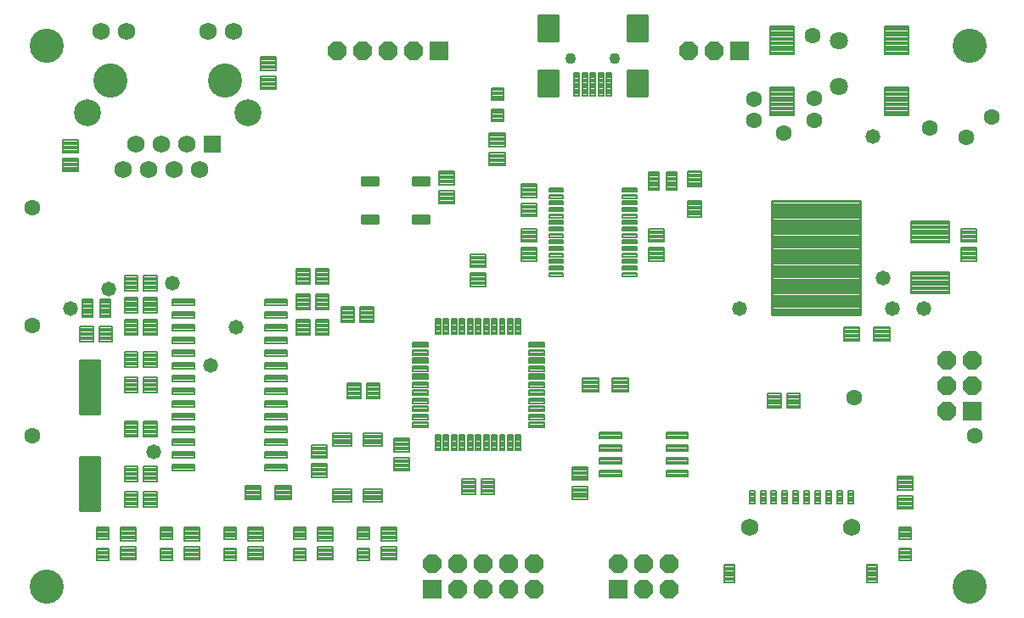
<source format=gts>
G75*
G70*
%OFA0B0*%
%FSLAX24Y24*%
%IPPOS*%
%LPD*%
%AMOC8*
5,1,8,0,0,1.08239X$1,22.5*
%
%ADD10C,0.0082*%
%ADD11C,0.0081*%
%ADD12C,0.0082*%
%ADD13C,0.0083*%
%ADD14C,0.0084*%
%ADD15C,0.0082*%
%ADD16C,0.0081*%
%ADD17C,0.0107*%
%ADD18C,0.0710*%
%ADD19C,0.0082*%
%ADD20C,0.0080*%
%ADD21R,0.0680X0.0680*%
%ADD22C,0.0680*%
%ADD23C,0.1340*%
%ADD24C,0.1055*%
%ADD25C,0.0082*%
%ADD26C,0.0087*%
%ADD27C,0.0434*%
%ADD28R,0.0720X0.0720*%
%ADD29OC8,0.0720*%
%ADD30C,0.0084*%
%ADD31C,0.1340*%
%ADD32C,0.0580*%
%ADD33C,0.0630*%
D10*
X013771Y015970D02*
X013771Y016204D01*
X013771Y015970D02*
X012907Y015970D01*
X012907Y016204D01*
X013771Y016204D01*
X013771Y016051D02*
X012907Y016051D01*
X012907Y016132D02*
X013771Y016132D01*
X013771Y016470D02*
X013771Y016704D01*
X013771Y016470D02*
X012907Y016470D01*
X012907Y016704D01*
X013771Y016704D01*
X013771Y016551D02*
X012907Y016551D01*
X012907Y016632D02*
X013771Y016632D01*
X013771Y016970D02*
X013771Y017204D01*
X013771Y016970D02*
X012907Y016970D01*
X012907Y017204D01*
X013771Y017204D01*
X013771Y017051D02*
X012907Y017051D01*
X012907Y017132D02*
X013771Y017132D01*
X013771Y017470D02*
X013771Y017704D01*
X013771Y017470D02*
X012907Y017470D01*
X012907Y017704D01*
X013771Y017704D01*
X013771Y017551D02*
X012907Y017551D01*
X012907Y017632D02*
X013771Y017632D01*
X013771Y017970D02*
X013771Y018204D01*
X013771Y017970D02*
X012907Y017970D01*
X012907Y018204D01*
X013771Y018204D01*
X013771Y018051D02*
X012907Y018051D01*
X012907Y018132D02*
X013771Y018132D01*
X013771Y018470D02*
X013771Y018704D01*
X013771Y018470D02*
X012907Y018470D01*
X012907Y018704D01*
X013771Y018704D01*
X013771Y018551D02*
X012907Y018551D01*
X012907Y018632D02*
X013771Y018632D01*
X013771Y018970D02*
X013771Y019204D01*
X013771Y018970D02*
X012907Y018970D01*
X012907Y019204D01*
X013771Y019204D01*
X013771Y019051D02*
X012907Y019051D01*
X012907Y019132D02*
X013771Y019132D01*
X013771Y019470D02*
X013771Y019704D01*
X013771Y019470D02*
X012907Y019470D01*
X012907Y019704D01*
X013771Y019704D01*
X013771Y019551D02*
X012907Y019551D01*
X012907Y019632D02*
X013771Y019632D01*
X013771Y019970D02*
X013771Y020204D01*
X013771Y019970D02*
X012907Y019970D01*
X012907Y020204D01*
X013771Y020204D01*
X013771Y020051D02*
X012907Y020051D01*
X012907Y020132D02*
X013771Y020132D01*
X013771Y020470D02*
X013771Y020704D01*
X013771Y020470D02*
X012907Y020470D01*
X012907Y020704D01*
X013771Y020704D01*
X013771Y020551D02*
X012907Y020551D01*
X012907Y020632D02*
X013771Y020632D01*
X013771Y020970D02*
X013771Y021204D01*
X013771Y020970D02*
X012907Y020970D01*
X012907Y021204D01*
X013771Y021204D01*
X013771Y021051D02*
X012907Y021051D01*
X012907Y021132D02*
X013771Y021132D01*
X013771Y021470D02*
X013771Y021704D01*
X013771Y021470D02*
X012907Y021470D01*
X012907Y021704D01*
X013771Y021704D01*
X013771Y021551D02*
X012907Y021551D01*
X012907Y021632D02*
X013771Y021632D01*
X013771Y021970D02*
X013771Y022204D01*
X013771Y021970D02*
X012907Y021970D01*
X012907Y022204D01*
X013771Y022204D01*
X013771Y022051D02*
X012907Y022051D01*
X012907Y022132D02*
X013771Y022132D01*
X013771Y022470D02*
X013771Y022704D01*
X013771Y022470D02*
X012907Y022470D01*
X012907Y022704D01*
X013771Y022704D01*
X013771Y022551D02*
X012907Y022551D01*
X012907Y022632D02*
X013771Y022632D01*
X017393Y022704D02*
X017393Y022470D01*
X016529Y022470D01*
X016529Y022704D01*
X017393Y022704D01*
X017393Y022551D02*
X016529Y022551D01*
X016529Y022632D02*
X017393Y022632D01*
X017393Y022204D02*
X017393Y021970D01*
X016529Y021970D01*
X016529Y022204D01*
X017393Y022204D01*
X017393Y022051D02*
X016529Y022051D01*
X016529Y022132D02*
X017393Y022132D01*
X017393Y021704D02*
X017393Y021470D01*
X016529Y021470D01*
X016529Y021704D01*
X017393Y021704D01*
X017393Y021551D02*
X016529Y021551D01*
X016529Y021632D02*
X017393Y021632D01*
X017393Y021204D02*
X017393Y020970D01*
X016529Y020970D01*
X016529Y021204D01*
X017393Y021204D01*
X017393Y021051D02*
X016529Y021051D01*
X016529Y021132D02*
X017393Y021132D01*
X017393Y020704D02*
X017393Y020470D01*
X016529Y020470D01*
X016529Y020704D01*
X017393Y020704D01*
X017393Y020551D02*
X016529Y020551D01*
X016529Y020632D02*
X017393Y020632D01*
X017393Y020204D02*
X017393Y019970D01*
X016529Y019970D01*
X016529Y020204D01*
X017393Y020204D01*
X017393Y020051D02*
X016529Y020051D01*
X016529Y020132D02*
X017393Y020132D01*
X017393Y019704D02*
X017393Y019470D01*
X016529Y019470D01*
X016529Y019704D01*
X017393Y019704D01*
X017393Y019551D02*
X016529Y019551D01*
X016529Y019632D02*
X017393Y019632D01*
X017393Y019204D02*
X017393Y018970D01*
X016529Y018970D01*
X016529Y019204D01*
X017393Y019204D01*
X017393Y019051D02*
X016529Y019051D01*
X016529Y019132D02*
X017393Y019132D01*
X017393Y018704D02*
X017393Y018470D01*
X016529Y018470D01*
X016529Y018704D01*
X017393Y018704D01*
X017393Y018551D02*
X016529Y018551D01*
X016529Y018632D02*
X017393Y018632D01*
X017393Y018204D02*
X017393Y017970D01*
X016529Y017970D01*
X016529Y018204D01*
X017393Y018204D01*
X017393Y018051D02*
X016529Y018051D01*
X016529Y018132D02*
X017393Y018132D01*
X017393Y017704D02*
X017393Y017470D01*
X016529Y017470D01*
X016529Y017704D01*
X017393Y017704D01*
X017393Y017551D02*
X016529Y017551D01*
X016529Y017632D02*
X017393Y017632D01*
X017393Y017204D02*
X017393Y016970D01*
X016529Y016970D01*
X016529Y017204D01*
X017393Y017204D01*
X017393Y017051D02*
X016529Y017051D01*
X016529Y017132D02*
X017393Y017132D01*
X017393Y016704D02*
X017393Y016470D01*
X016529Y016470D01*
X016529Y016704D01*
X017393Y016704D01*
X017393Y016551D02*
X016529Y016551D01*
X016529Y016632D02*
X017393Y016632D01*
X017393Y016204D02*
X017393Y015970D01*
X016529Y015970D01*
X016529Y016204D01*
X017393Y016204D01*
X017393Y016051D02*
X016529Y016051D01*
X016529Y016132D02*
X017393Y016132D01*
X030521Y016220D02*
X030521Y016454D01*
X030521Y016220D02*
X029657Y016220D01*
X029657Y016454D01*
X030521Y016454D01*
X030521Y016301D02*
X029657Y016301D01*
X029657Y016382D02*
X030521Y016382D01*
X030521Y016720D02*
X030521Y016954D01*
X030521Y016720D02*
X029657Y016720D01*
X029657Y016954D01*
X030521Y016954D01*
X030521Y016801D02*
X029657Y016801D01*
X029657Y016882D02*
X030521Y016882D01*
X030521Y017220D02*
X030521Y017454D01*
X030521Y017220D02*
X029657Y017220D01*
X029657Y017454D01*
X030521Y017454D01*
X030521Y017301D02*
X029657Y017301D01*
X029657Y017382D02*
X030521Y017382D01*
X030521Y015954D02*
X030521Y015720D01*
X029657Y015720D01*
X029657Y015954D01*
X030521Y015954D01*
X030521Y015801D02*
X029657Y015801D01*
X029657Y015882D02*
X030521Y015882D01*
X033143Y015954D02*
X033143Y015720D01*
X032279Y015720D01*
X032279Y015954D01*
X033143Y015954D01*
X033143Y015801D02*
X032279Y015801D01*
X032279Y015882D02*
X033143Y015882D01*
X033143Y016220D02*
X033143Y016454D01*
X033143Y016220D02*
X032279Y016220D01*
X032279Y016454D01*
X033143Y016454D01*
X033143Y016301D02*
X032279Y016301D01*
X032279Y016382D02*
X033143Y016382D01*
X033143Y016720D02*
X033143Y016954D01*
X033143Y016720D02*
X032279Y016720D01*
X032279Y016954D01*
X033143Y016954D01*
X033143Y016801D02*
X032279Y016801D01*
X032279Y016882D02*
X033143Y016882D01*
X033143Y017220D02*
X033143Y017454D01*
X033143Y017220D02*
X032279Y017220D01*
X032279Y017454D01*
X033143Y017454D01*
X033143Y017301D02*
X032279Y017301D01*
X032279Y017382D02*
X033143Y017382D01*
D11*
X035750Y015171D02*
X035750Y014671D01*
X035550Y014671D01*
X035550Y015171D01*
X035750Y015171D01*
X035750Y014751D02*
X035550Y014751D01*
X035550Y014831D02*
X035750Y014831D01*
X035750Y014911D02*
X035550Y014911D01*
X035550Y014991D02*
X035750Y014991D01*
X035750Y015071D02*
X035550Y015071D01*
X035550Y015151D02*
X035750Y015151D01*
X036180Y015171D02*
X036180Y014671D01*
X035980Y014671D01*
X035980Y015171D01*
X036180Y015171D01*
X036180Y014751D02*
X035980Y014751D01*
X035980Y014831D02*
X036180Y014831D01*
X036180Y014911D02*
X035980Y014911D01*
X035980Y014991D02*
X036180Y014991D01*
X036180Y015071D02*
X035980Y015071D01*
X035980Y015151D02*
X036180Y015151D01*
X036610Y015171D02*
X036610Y014671D01*
X036410Y014671D01*
X036410Y015171D01*
X036610Y015171D01*
X036610Y014751D02*
X036410Y014751D01*
X036410Y014831D02*
X036610Y014831D01*
X036610Y014911D02*
X036410Y014911D01*
X036410Y014991D02*
X036610Y014991D01*
X036610Y015071D02*
X036410Y015071D01*
X036410Y015151D02*
X036610Y015151D01*
X037040Y015171D02*
X037040Y014671D01*
X036840Y014671D01*
X036840Y015171D01*
X037040Y015171D01*
X037040Y014751D02*
X036840Y014751D01*
X036840Y014831D02*
X037040Y014831D01*
X037040Y014911D02*
X036840Y014911D01*
X036840Y014991D02*
X037040Y014991D01*
X037040Y015071D02*
X036840Y015071D01*
X036840Y015151D02*
X037040Y015151D01*
X037470Y015171D02*
X037470Y014671D01*
X037270Y014671D01*
X037270Y015171D01*
X037470Y015171D01*
X037470Y014751D02*
X037270Y014751D01*
X037270Y014831D02*
X037470Y014831D01*
X037470Y014911D02*
X037270Y014911D01*
X037270Y014991D02*
X037470Y014991D01*
X037470Y015071D02*
X037270Y015071D01*
X037270Y015151D02*
X037470Y015151D01*
X037900Y015171D02*
X037900Y014671D01*
X037700Y014671D01*
X037700Y015171D01*
X037900Y015171D01*
X037900Y014751D02*
X037700Y014751D01*
X037700Y014831D02*
X037900Y014831D01*
X037900Y014911D02*
X037700Y014911D01*
X037700Y014991D02*
X037900Y014991D01*
X037900Y015071D02*
X037700Y015071D01*
X037700Y015151D02*
X037900Y015151D01*
X038330Y015171D02*
X038330Y014671D01*
X038130Y014671D01*
X038130Y015171D01*
X038330Y015171D01*
X038330Y014751D02*
X038130Y014751D01*
X038130Y014831D02*
X038330Y014831D01*
X038330Y014911D02*
X038130Y014911D01*
X038130Y014991D02*
X038330Y014991D01*
X038330Y015071D02*
X038130Y015071D01*
X038130Y015151D02*
X038330Y015151D01*
X038760Y015171D02*
X038760Y014671D01*
X038560Y014671D01*
X038560Y015171D01*
X038760Y015171D01*
X038760Y014751D02*
X038560Y014751D01*
X038560Y014831D02*
X038760Y014831D01*
X038760Y014911D02*
X038560Y014911D01*
X038560Y014991D02*
X038760Y014991D01*
X038760Y015071D02*
X038560Y015071D01*
X038560Y015151D02*
X038760Y015151D01*
X039190Y015171D02*
X039190Y014671D01*
X038990Y014671D01*
X038990Y015171D01*
X039190Y015171D01*
X039190Y014751D02*
X038990Y014751D01*
X038990Y014831D02*
X039190Y014831D01*
X039190Y014911D02*
X038990Y014911D01*
X038990Y014991D02*
X039190Y014991D01*
X039190Y015071D02*
X038990Y015071D01*
X038990Y015151D02*
X039190Y015151D01*
X039620Y015171D02*
X039620Y014671D01*
X039420Y014671D01*
X039420Y015171D01*
X039620Y015171D01*
X039620Y014751D02*
X039420Y014751D01*
X039420Y014831D02*
X039620Y014831D01*
X039620Y014911D02*
X039420Y014911D01*
X039420Y014991D02*
X039620Y014991D01*
X039620Y015071D02*
X039420Y015071D01*
X039420Y015151D02*
X039620Y015151D01*
X020380Y015237D02*
X020380Y014737D01*
X020380Y015237D02*
X021120Y015237D01*
X021120Y014737D01*
X020380Y014737D01*
X020380Y014817D02*
X021120Y014817D01*
X021120Y014897D02*
X020380Y014897D01*
X020380Y014977D02*
X021120Y014977D01*
X021120Y015057D02*
X020380Y015057D01*
X020380Y015137D02*
X021120Y015137D01*
X021120Y015217D02*
X020380Y015217D01*
X019180Y015237D02*
X019180Y014737D01*
X019180Y015237D02*
X019920Y015237D01*
X019920Y014737D01*
X019180Y014737D01*
X019180Y014817D02*
X019920Y014817D01*
X019920Y014897D02*
X019180Y014897D01*
X019180Y014977D02*
X019920Y014977D01*
X019920Y015057D02*
X019180Y015057D01*
X019180Y015137D02*
X019920Y015137D01*
X019920Y015217D02*
X019180Y015217D01*
X019180Y016937D02*
X019180Y017437D01*
X019920Y017437D01*
X019920Y016937D01*
X019180Y016937D01*
X019180Y017017D02*
X019920Y017017D01*
X019920Y017097D02*
X019180Y017097D01*
X019180Y017177D02*
X019920Y017177D01*
X019920Y017257D02*
X019180Y017257D01*
X019180Y017337D02*
X019920Y017337D01*
X019920Y017417D02*
X019180Y017417D01*
X020380Y017437D02*
X020380Y016937D01*
X020380Y017437D02*
X021120Y017437D01*
X021120Y016937D01*
X020380Y016937D01*
X020380Y017017D02*
X021120Y017017D01*
X021120Y017097D02*
X020380Y017097D01*
X020380Y017177D02*
X021120Y017177D01*
X021120Y017257D02*
X020380Y017257D01*
X020380Y017337D02*
X021120Y017337D01*
X021120Y017417D02*
X020380Y017417D01*
D12*
X017555Y015361D02*
X016927Y015361D01*
X017555Y015361D02*
X017555Y014813D01*
X016927Y014813D01*
X016927Y015361D01*
X016927Y014894D02*
X017555Y014894D01*
X017555Y014975D02*
X016927Y014975D01*
X016927Y015056D02*
X017555Y015056D01*
X017555Y015137D02*
X016927Y015137D01*
X016927Y015218D02*
X017555Y015218D01*
X017555Y015299D02*
X016927Y015299D01*
X016373Y014813D02*
X015745Y014813D01*
X015745Y015361D01*
X016373Y015361D01*
X016373Y014813D01*
X016373Y014894D02*
X015745Y014894D01*
X015745Y014975D02*
X016373Y014975D01*
X016373Y015056D02*
X015745Y015056D01*
X015745Y015137D02*
X016373Y015137D01*
X016373Y015218D02*
X015745Y015218D01*
X015745Y015299D02*
X016373Y015299D01*
X028995Y019063D02*
X029623Y019063D01*
X028995Y019063D02*
X028995Y019611D01*
X029623Y019611D01*
X029623Y019063D01*
X029623Y019144D02*
X028995Y019144D01*
X028995Y019225D02*
X029623Y019225D01*
X029623Y019306D02*
X028995Y019306D01*
X028995Y019387D02*
X029623Y019387D01*
X029623Y019468D02*
X028995Y019468D01*
X028995Y019549D02*
X029623Y019549D01*
X030177Y019611D02*
X030805Y019611D01*
X030805Y019063D01*
X030177Y019063D01*
X030177Y019611D01*
X030177Y019144D02*
X030805Y019144D01*
X030805Y019225D02*
X030177Y019225D01*
X030177Y019306D02*
X030805Y019306D01*
X030805Y019387D02*
X030177Y019387D01*
X030177Y019468D02*
X030805Y019468D01*
X030805Y019549D02*
X030177Y019549D01*
X033674Y025932D02*
X033674Y026560D01*
X033674Y025932D02*
X033126Y025932D01*
X033126Y026560D01*
X033674Y026560D01*
X033674Y026013D02*
X033126Y026013D01*
X033126Y026094D02*
X033674Y026094D01*
X033674Y026175D02*
X033126Y026175D01*
X033126Y026256D02*
X033674Y026256D01*
X033674Y026337D02*
X033126Y026337D01*
X033126Y026418D02*
X033674Y026418D01*
X033674Y026499D02*
X033126Y026499D01*
X033126Y027113D02*
X033126Y027741D01*
X033674Y027741D01*
X033674Y027113D01*
X033126Y027113D01*
X033126Y027194D02*
X033674Y027194D01*
X033674Y027275D02*
X033126Y027275D01*
X033126Y027356D02*
X033674Y027356D01*
X033674Y027437D02*
X033126Y027437D01*
X033126Y027518D02*
X033674Y027518D01*
X033674Y027599D02*
X033126Y027599D01*
X033126Y027680D02*
X033674Y027680D01*
X039245Y021063D02*
X039873Y021063D01*
X039245Y021063D02*
X039245Y021611D01*
X039873Y021611D01*
X039873Y021063D01*
X039873Y021144D02*
X039245Y021144D01*
X039245Y021225D02*
X039873Y021225D01*
X039873Y021306D02*
X039245Y021306D01*
X039245Y021387D02*
X039873Y021387D01*
X039873Y021468D02*
X039245Y021468D01*
X039245Y021549D02*
X039873Y021549D01*
X040427Y021611D02*
X041055Y021611D01*
X041055Y021063D01*
X040427Y021063D01*
X040427Y021611D01*
X040427Y021144D02*
X041055Y021144D01*
X041055Y021225D02*
X040427Y021225D01*
X040427Y021306D02*
X041055Y021306D01*
X041055Y021387D02*
X040427Y021387D01*
X040427Y021468D02*
X041055Y021468D01*
X041055Y021549D02*
X040427Y021549D01*
D13*
X037529Y019006D02*
X037019Y019006D01*
X037529Y019006D02*
X037529Y018418D01*
X037019Y018418D01*
X037019Y019006D01*
X037019Y018500D02*
X037529Y018500D01*
X037529Y018582D02*
X037019Y018582D01*
X037019Y018664D02*
X037529Y018664D01*
X037529Y018746D02*
X037019Y018746D01*
X037019Y018828D02*
X037529Y018828D01*
X037529Y018910D02*
X037019Y018910D01*
X037019Y018992D02*
X037529Y018992D01*
X036781Y019006D02*
X036271Y019006D01*
X036781Y019006D02*
X036781Y018418D01*
X036271Y018418D01*
X036271Y019006D01*
X036271Y018500D02*
X036781Y018500D01*
X036781Y018582D02*
X036271Y018582D01*
X036271Y018664D02*
X036781Y018664D01*
X036781Y018746D02*
X036271Y018746D01*
X036271Y018828D02*
X036781Y018828D01*
X036781Y018910D02*
X036271Y018910D01*
X036271Y018992D02*
X036781Y018992D01*
X041356Y015716D02*
X041356Y015206D01*
X041356Y015716D02*
X041944Y015716D01*
X041944Y015206D01*
X041356Y015206D01*
X041356Y015288D02*
X041944Y015288D01*
X041944Y015370D02*
X041356Y015370D01*
X041356Y015452D02*
X041944Y015452D01*
X041944Y015534D02*
X041356Y015534D01*
X041356Y015616D02*
X041944Y015616D01*
X041944Y015698D02*
X041356Y015698D01*
X041356Y014968D02*
X041356Y014458D01*
X041356Y014968D02*
X041944Y014968D01*
X041944Y014458D01*
X041356Y014458D01*
X041356Y014540D02*
X041944Y014540D01*
X041944Y014622D02*
X041356Y014622D01*
X041356Y014704D02*
X041944Y014704D01*
X041944Y014786D02*
X041356Y014786D01*
X041356Y014868D02*
X041944Y014868D01*
X041944Y014950D02*
X041356Y014950D01*
X041415Y013735D02*
X041885Y013735D01*
X041885Y013265D01*
X041415Y013265D01*
X041415Y013735D01*
X041415Y013347D02*
X041885Y013347D01*
X041885Y013429D02*
X041415Y013429D01*
X041415Y013511D02*
X041885Y013511D01*
X041885Y013593D02*
X041415Y013593D01*
X041415Y013675D02*
X041885Y013675D01*
X041885Y012908D02*
X041415Y012908D01*
X041885Y012908D02*
X041885Y012438D01*
X041415Y012438D01*
X041415Y012908D01*
X041415Y012520D02*
X041885Y012520D01*
X041885Y012602D02*
X041415Y012602D01*
X041415Y012684D02*
X041885Y012684D01*
X041885Y012766D02*
X041415Y012766D01*
X041415Y012848D02*
X041885Y012848D01*
X029194Y014833D02*
X029194Y015343D01*
X029194Y014833D02*
X028606Y014833D01*
X028606Y015343D01*
X029194Y015343D01*
X029194Y014915D02*
X028606Y014915D01*
X028606Y014997D02*
X029194Y014997D01*
X029194Y015079D02*
X028606Y015079D01*
X028606Y015161D02*
X029194Y015161D01*
X029194Y015243D02*
X028606Y015243D01*
X028606Y015325D02*
X029194Y015325D01*
X029194Y015581D02*
X029194Y016091D01*
X029194Y015581D02*
X028606Y015581D01*
X028606Y016091D01*
X029194Y016091D01*
X029194Y015663D02*
X028606Y015663D01*
X028606Y015745D02*
X029194Y015745D01*
X029194Y015827D02*
X028606Y015827D01*
X028606Y015909D02*
X029194Y015909D01*
X029194Y015991D02*
X028606Y015991D01*
X028606Y016073D02*
X029194Y016073D01*
X025529Y015631D02*
X025019Y015631D01*
X025529Y015631D02*
X025529Y015043D01*
X025019Y015043D01*
X025019Y015631D01*
X025019Y015125D02*
X025529Y015125D01*
X025529Y015207D02*
X025019Y015207D01*
X025019Y015289D02*
X025529Y015289D01*
X025529Y015371D02*
X025019Y015371D01*
X025019Y015453D02*
X025529Y015453D01*
X025529Y015535D02*
X025019Y015535D01*
X025019Y015617D02*
X025529Y015617D01*
X024781Y015631D02*
X024271Y015631D01*
X024781Y015631D02*
X024781Y015043D01*
X024271Y015043D01*
X024271Y015631D01*
X024271Y015125D02*
X024781Y015125D01*
X024781Y015207D02*
X024271Y015207D01*
X024271Y015289D02*
X024781Y015289D01*
X024781Y015371D02*
X024271Y015371D01*
X024271Y015453D02*
X024781Y015453D01*
X024781Y015535D02*
X024271Y015535D01*
X024271Y015617D02*
X024781Y015617D01*
X021606Y015958D02*
X021606Y016468D01*
X022194Y016468D01*
X022194Y015958D01*
X021606Y015958D01*
X021606Y016040D02*
X022194Y016040D01*
X022194Y016122D02*
X021606Y016122D01*
X021606Y016204D02*
X022194Y016204D01*
X022194Y016286D02*
X021606Y016286D01*
X021606Y016368D02*
X022194Y016368D01*
X022194Y016450D02*
X021606Y016450D01*
X021606Y016706D02*
X021606Y017216D01*
X022194Y017216D01*
X022194Y016706D01*
X021606Y016706D01*
X021606Y016788D02*
X022194Y016788D01*
X022194Y016870D02*
X021606Y016870D01*
X021606Y016952D02*
X022194Y016952D01*
X022194Y017034D02*
X021606Y017034D01*
X021606Y017116D02*
X022194Y017116D01*
X022194Y017198D02*
X021606Y017198D01*
X021029Y019381D02*
X020519Y019381D01*
X021029Y019381D02*
X021029Y018793D01*
X020519Y018793D01*
X020519Y019381D01*
X020519Y018875D02*
X021029Y018875D01*
X021029Y018957D02*
X020519Y018957D01*
X020519Y019039D02*
X021029Y019039D01*
X021029Y019121D02*
X020519Y019121D01*
X020519Y019203D02*
X021029Y019203D01*
X021029Y019285D02*
X020519Y019285D01*
X020519Y019367D02*
X021029Y019367D01*
X020281Y019381D02*
X019771Y019381D01*
X020281Y019381D02*
X020281Y018793D01*
X019771Y018793D01*
X019771Y019381D01*
X019771Y018875D02*
X020281Y018875D01*
X020281Y018957D02*
X019771Y018957D01*
X019771Y019039D02*
X020281Y019039D01*
X020281Y019121D02*
X019771Y019121D01*
X019771Y019203D02*
X020281Y019203D01*
X020281Y019285D02*
X019771Y019285D01*
X019771Y019367D02*
X020281Y019367D01*
X019029Y021293D02*
X018519Y021293D01*
X018519Y021881D01*
X019029Y021881D01*
X019029Y021293D01*
X019029Y021375D02*
X018519Y021375D01*
X018519Y021457D02*
X019029Y021457D01*
X019029Y021539D02*
X018519Y021539D01*
X018519Y021621D02*
X019029Y021621D01*
X019029Y021703D02*
X018519Y021703D01*
X018519Y021785D02*
X019029Y021785D01*
X019029Y021867D02*
X018519Y021867D01*
X018281Y021293D02*
X017771Y021293D01*
X017771Y021881D01*
X018281Y021881D01*
X018281Y021293D01*
X018281Y021375D02*
X017771Y021375D01*
X017771Y021457D02*
X018281Y021457D01*
X018281Y021539D02*
X017771Y021539D01*
X017771Y021621D02*
X018281Y021621D01*
X018281Y021703D02*
X017771Y021703D01*
X017771Y021785D02*
X018281Y021785D01*
X018281Y021867D02*
X017771Y021867D01*
X017771Y022293D02*
X018281Y022293D01*
X017771Y022293D02*
X017771Y022881D01*
X018281Y022881D01*
X018281Y022293D01*
X018281Y022375D02*
X017771Y022375D01*
X017771Y022457D02*
X018281Y022457D01*
X018281Y022539D02*
X017771Y022539D01*
X017771Y022621D02*
X018281Y022621D01*
X018281Y022703D02*
X017771Y022703D01*
X017771Y022785D02*
X018281Y022785D01*
X018281Y022867D02*
X017771Y022867D01*
X017771Y023881D02*
X018281Y023881D01*
X018281Y023293D01*
X017771Y023293D01*
X017771Y023881D01*
X017771Y023375D02*
X018281Y023375D01*
X018281Y023457D02*
X017771Y023457D01*
X017771Y023539D02*
X018281Y023539D01*
X018281Y023621D02*
X017771Y023621D01*
X017771Y023703D02*
X018281Y023703D01*
X018281Y023785D02*
X017771Y023785D01*
X017771Y023867D02*
X018281Y023867D01*
X018519Y023881D02*
X019029Y023881D01*
X019029Y023293D01*
X018519Y023293D01*
X018519Y023881D01*
X018519Y023375D02*
X019029Y023375D01*
X019029Y023457D02*
X018519Y023457D01*
X018519Y023539D02*
X019029Y023539D01*
X019029Y023621D02*
X018519Y023621D01*
X018519Y023703D02*
X019029Y023703D01*
X019029Y023785D02*
X018519Y023785D01*
X018519Y023867D02*
X019029Y023867D01*
X019029Y022293D02*
X018519Y022293D01*
X018519Y022881D01*
X019029Y022881D01*
X019029Y022293D01*
X019029Y022375D02*
X018519Y022375D01*
X018519Y022457D02*
X019029Y022457D01*
X019029Y022539D02*
X018519Y022539D01*
X018519Y022621D02*
X019029Y022621D01*
X019029Y022703D02*
X018519Y022703D01*
X018519Y022785D02*
X019029Y022785D01*
X019029Y022867D02*
X018519Y022867D01*
X019521Y021793D02*
X020031Y021793D01*
X019521Y021793D02*
X019521Y022381D01*
X020031Y022381D01*
X020031Y021793D01*
X020031Y021875D02*
X019521Y021875D01*
X019521Y021957D02*
X020031Y021957D01*
X020031Y022039D02*
X019521Y022039D01*
X019521Y022121D02*
X020031Y022121D01*
X020031Y022203D02*
X019521Y022203D01*
X019521Y022285D02*
X020031Y022285D01*
X020031Y022367D02*
X019521Y022367D01*
X020269Y021793D02*
X020779Y021793D01*
X020269Y021793D02*
X020269Y022381D01*
X020779Y022381D01*
X020779Y021793D01*
X020779Y021875D02*
X020269Y021875D01*
X020269Y021957D02*
X020779Y021957D01*
X020779Y022039D02*
X020269Y022039D01*
X020269Y022121D02*
X020779Y022121D01*
X020779Y022203D02*
X020269Y022203D01*
X020269Y022285D02*
X020779Y022285D01*
X020779Y022367D02*
X020269Y022367D01*
X025194Y023208D02*
X025194Y023718D01*
X025194Y023208D02*
X024606Y023208D01*
X024606Y023718D01*
X025194Y023718D01*
X025194Y023290D02*
X024606Y023290D01*
X024606Y023372D02*
X025194Y023372D01*
X025194Y023454D02*
X024606Y023454D01*
X024606Y023536D02*
X025194Y023536D01*
X025194Y023618D02*
X024606Y023618D01*
X024606Y023700D02*
X025194Y023700D01*
X025194Y023956D02*
X025194Y024466D01*
X025194Y023956D02*
X024606Y023956D01*
X024606Y024466D01*
X025194Y024466D01*
X025194Y024038D02*
X024606Y024038D01*
X024606Y024120D02*
X025194Y024120D01*
X025194Y024202D02*
X024606Y024202D01*
X024606Y024284D02*
X025194Y024284D01*
X025194Y024366D02*
X024606Y024366D01*
X024606Y024448D02*
X025194Y024448D01*
X026606Y024208D02*
X026606Y024718D01*
X027194Y024718D01*
X027194Y024208D01*
X026606Y024208D01*
X026606Y024290D02*
X027194Y024290D01*
X027194Y024372D02*
X026606Y024372D01*
X026606Y024454D02*
X027194Y024454D01*
X027194Y024536D02*
X026606Y024536D01*
X026606Y024618D02*
X027194Y024618D01*
X027194Y024700D02*
X026606Y024700D01*
X026606Y024956D02*
X026606Y025466D01*
X027194Y025466D01*
X027194Y024956D01*
X026606Y024956D01*
X026606Y025038D02*
X027194Y025038D01*
X027194Y025120D02*
X026606Y025120D01*
X026606Y025202D02*
X027194Y025202D01*
X027194Y025284D02*
X026606Y025284D01*
X026606Y025366D02*
X027194Y025366D01*
X027194Y025448D02*
X026606Y025448D01*
X027194Y025958D02*
X027194Y026468D01*
X027194Y025958D02*
X026606Y025958D01*
X026606Y026468D01*
X027194Y026468D01*
X027194Y026040D02*
X026606Y026040D01*
X026606Y026122D02*
X027194Y026122D01*
X027194Y026204D02*
X026606Y026204D01*
X026606Y026286D02*
X027194Y026286D01*
X027194Y026368D02*
X026606Y026368D01*
X026606Y026450D02*
X027194Y026450D01*
X027194Y026706D02*
X027194Y027216D01*
X027194Y026706D02*
X026606Y026706D01*
X026606Y027216D01*
X027194Y027216D01*
X027194Y026788D02*
X026606Y026788D01*
X026606Y026870D02*
X027194Y026870D01*
X027194Y026952D02*
X026606Y026952D01*
X026606Y027034D02*
X027194Y027034D01*
X027194Y027116D02*
X026606Y027116D01*
X026606Y027198D02*
X027194Y027198D01*
X025336Y027958D02*
X025336Y028468D01*
X025964Y028468D01*
X025964Y027958D01*
X025336Y027958D01*
X025336Y028040D02*
X025964Y028040D01*
X025964Y028122D02*
X025336Y028122D01*
X025336Y028204D02*
X025964Y028204D01*
X025964Y028286D02*
X025336Y028286D01*
X025336Y028368D02*
X025964Y028368D01*
X025964Y028450D02*
X025336Y028450D01*
X025336Y028706D02*
X025336Y029216D01*
X025964Y029216D01*
X025964Y028706D01*
X025336Y028706D01*
X025336Y028788D02*
X025964Y028788D01*
X025964Y028870D02*
X025336Y028870D01*
X025336Y028952D02*
X025964Y028952D01*
X025964Y029034D02*
X025336Y029034D01*
X025336Y029116D02*
X025964Y029116D01*
X025964Y029198D02*
X025336Y029198D01*
X025415Y029688D02*
X025885Y029688D01*
X025415Y029688D02*
X025415Y030158D01*
X025885Y030158D01*
X025885Y029688D01*
X025885Y029770D02*
X025415Y029770D01*
X025415Y029852D02*
X025885Y029852D01*
X025885Y029934D02*
X025415Y029934D01*
X025415Y030016D02*
X025885Y030016D01*
X025885Y030098D02*
X025415Y030098D01*
X025415Y030515D02*
X025885Y030515D01*
X025415Y030515D02*
X025415Y030985D01*
X025885Y030985D01*
X025885Y030515D01*
X025885Y030597D02*
X025415Y030597D01*
X025415Y030679D02*
X025885Y030679D01*
X025885Y030761D02*
X025415Y030761D01*
X025415Y030843D02*
X025885Y030843D01*
X025885Y030925D02*
X025415Y030925D01*
X023356Y027716D02*
X023356Y027206D01*
X023356Y027716D02*
X023944Y027716D01*
X023944Y027206D01*
X023356Y027206D01*
X023356Y027288D02*
X023944Y027288D01*
X023944Y027370D02*
X023356Y027370D01*
X023356Y027452D02*
X023944Y027452D01*
X023944Y027534D02*
X023356Y027534D01*
X023356Y027616D02*
X023944Y027616D01*
X023944Y027698D02*
X023356Y027698D01*
X023356Y026968D02*
X023356Y026458D01*
X023356Y026968D02*
X023944Y026968D01*
X023944Y026458D01*
X023356Y026458D01*
X023356Y026540D02*
X023944Y026540D01*
X023944Y026622D02*
X023356Y026622D01*
X023356Y026704D02*
X023944Y026704D01*
X023944Y026786D02*
X023356Y026786D01*
X023356Y026868D02*
X023944Y026868D01*
X023944Y026950D02*
X023356Y026950D01*
X016944Y030964D02*
X016944Y031474D01*
X016944Y030964D02*
X016356Y030964D01*
X016356Y031474D01*
X016944Y031474D01*
X016944Y031046D02*
X016356Y031046D01*
X016356Y031128D02*
X016944Y031128D01*
X016944Y031210D02*
X016356Y031210D01*
X016356Y031292D02*
X016944Y031292D01*
X016944Y031374D02*
X016356Y031374D01*
X016356Y031456D02*
X016944Y031456D01*
X016944Y031712D02*
X016944Y032222D01*
X016944Y031712D02*
X016356Y031712D01*
X016356Y032222D01*
X016944Y032222D01*
X016944Y031794D02*
X016356Y031794D01*
X016356Y031876D02*
X016944Y031876D01*
X016944Y031958D02*
X016356Y031958D01*
X016356Y032040D02*
X016944Y032040D01*
X016944Y032122D02*
X016356Y032122D01*
X016356Y032204D02*
X016944Y032204D01*
X009194Y028972D02*
X009194Y028462D01*
X008606Y028462D01*
X008606Y028972D01*
X009194Y028972D01*
X009194Y028544D02*
X008606Y028544D01*
X008606Y028626D02*
X009194Y028626D01*
X009194Y028708D02*
X008606Y028708D01*
X008606Y028790D02*
X009194Y028790D01*
X009194Y028872D02*
X008606Y028872D01*
X008606Y028954D02*
X009194Y028954D01*
X009194Y028224D02*
X009194Y027714D01*
X008606Y027714D01*
X008606Y028224D01*
X009194Y028224D01*
X009194Y027796D02*
X008606Y027796D01*
X008606Y027878D02*
X009194Y027878D01*
X009194Y027960D02*
X008606Y027960D01*
X008606Y028042D02*
X009194Y028042D01*
X009194Y028124D02*
X008606Y028124D01*
X008606Y028206D02*
X009194Y028206D01*
X011021Y023631D02*
X011531Y023631D01*
X011531Y023043D01*
X011021Y023043D01*
X011021Y023631D01*
X011021Y023125D02*
X011531Y023125D01*
X011531Y023207D02*
X011021Y023207D01*
X011021Y023289D02*
X011531Y023289D01*
X011531Y023371D02*
X011021Y023371D01*
X011021Y023453D02*
X011531Y023453D01*
X011531Y023535D02*
X011021Y023535D01*
X011021Y023617D02*
X011531Y023617D01*
X011769Y023631D02*
X012279Y023631D01*
X012279Y023043D01*
X011769Y023043D01*
X011769Y023631D01*
X011769Y023125D02*
X012279Y023125D01*
X012279Y023207D02*
X011769Y023207D01*
X011769Y023289D02*
X012279Y023289D01*
X012279Y023371D02*
X011769Y023371D01*
X011769Y023453D02*
X012279Y023453D01*
X012279Y023535D02*
X011769Y023535D01*
X011769Y023617D02*
X012279Y023617D01*
X012279Y022756D02*
X011769Y022756D01*
X012279Y022756D02*
X012279Y022168D01*
X011769Y022168D01*
X011769Y022756D01*
X011769Y022250D02*
X012279Y022250D01*
X012279Y022332D02*
X011769Y022332D01*
X011769Y022414D02*
X012279Y022414D01*
X012279Y022496D02*
X011769Y022496D01*
X011769Y022578D02*
X012279Y022578D01*
X012279Y022660D02*
X011769Y022660D01*
X011769Y022742D02*
X012279Y022742D01*
X011531Y022756D02*
X011021Y022756D01*
X011531Y022756D02*
X011531Y022168D01*
X011021Y022168D01*
X011021Y022756D01*
X011021Y022250D02*
X011531Y022250D01*
X011531Y022332D02*
X011021Y022332D01*
X011021Y022414D02*
X011531Y022414D01*
X011531Y022496D02*
X011021Y022496D01*
X011021Y022578D02*
X011531Y022578D01*
X011531Y022660D02*
X011021Y022660D01*
X011021Y022742D02*
X011531Y022742D01*
X011531Y021881D02*
X011021Y021881D01*
X011531Y021881D02*
X011531Y021293D01*
X011021Y021293D01*
X011021Y021881D01*
X011021Y021375D02*
X011531Y021375D01*
X011531Y021457D02*
X011021Y021457D01*
X011021Y021539D02*
X011531Y021539D01*
X011531Y021621D02*
X011021Y021621D01*
X011021Y021703D02*
X011531Y021703D01*
X011531Y021785D02*
X011021Y021785D01*
X011021Y021867D02*
X011531Y021867D01*
X011769Y021881D02*
X012279Y021881D01*
X012279Y021293D01*
X011769Y021293D01*
X011769Y021881D01*
X011769Y021375D02*
X012279Y021375D01*
X012279Y021457D02*
X011769Y021457D01*
X011769Y021539D02*
X012279Y021539D01*
X012279Y021621D02*
X011769Y021621D01*
X011769Y021703D02*
X012279Y021703D01*
X012279Y021785D02*
X011769Y021785D01*
X011769Y021867D02*
X012279Y021867D01*
X012279Y020631D02*
X011769Y020631D01*
X012279Y020631D02*
X012279Y020043D01*
X011769Y020043D01*
X011769Y020631D01*
X011769Y020125D02*
X012279Y020125D01*
X012279Y020207D02*
X011769Y020207D01*
X011769Y020289D02*
X012279Y020289D01*
X012279Y020371D02*
X011769Y020371D01*
X011769Y020453D02*
X012279Y020453D01*
X012279Y020535D02*
X011769Y020535D01*
X011769Y020617D02*
X012279Y020617D01*
X011531Y020631D02*
X011021Y020631D01*
X011531Y020631D02*
X011531Y020043D01*
X011021Y020043D01*
X011021Y020631D01*
X011021Y020125D02*
X011531Y020125D01*
X011531Y020207D02*
X011021Y020207D01*
X011021Y020289D02*
X011531Y020289D01*
X011531Y020371D02*
X011021Y020371D01*
X011021Y020453D02*
X011531Y020453D01*
X011531Y020535D02*
X011021Y020535D01*
X011021Y020617D02*
X011531Y020617D01*
X010529Y021631D02*
X010019Y021631D01*
X010529Y021631D02*
X010529Y021043D01*
X010019Y021043D01*
X010019Y021631D01*
X010019Y021125D02*
X010529Y021125D01*
X010529Y021207D02*
X010019Y021207D01*
X010019Y021289D02*
X010529Y021289D01*
X010529Y021371D02*
X010019Y021371D01*
X010019Y021453D02*
X010529Y021453D01*
X010529Y021535D02*
X010019Y021535D01*
X010019Y021617D02*
X010529Y021617D01*
X009781Y021631D02*
X009271Y021631D01*
X009781Y021631D02*
X009781Y021043D01*
X009271Y021043D01*
X009271Y021631D01*
X009271Y021125D02*
X009781Y021125D01*
X009781Y021207D02*
X009271Y021207D01*
X009271Y021289D02*
X009781Y021289D01*
X009781Y021371D02*
X009271Y021371D01*
X009271Y021453D02*
X009781Y021453D01*
X009781Y021535D02*
X009271Y021535D01*
X009271Y021617D02*
X009781Y021617D01*
X011021Y019043D02*
X011531Y019043D01*
X011021Y019043D02*
X011021Y019631D01*
X011531Y019631D01*
X011531Y019043D01*
X011531Y019125D02*
X011021Y019125D01*
X011021Y019207D02*
X011531Y019207D01*
X011531Y019289D02*
X011021Y019289D01*
X011021Y019371D02*
X011531Y019371D01*
X011531Y019453D02*
X011021Y019453D01*
X011021Y019535D02*
X011531Y019535D01*
X011531Y019617D02*
X011021Y019617D01*
X011769Y019043D02*
X012279Y019043D01*
X011769Y019043D02*
X011769Y019631D01*
X012279Y019631D01*
X012279Y019043D01*
X012279Y019125D02*
X011769Y019125D01*
X011769Y019207D02*
X012279Y019207D01*
X012279Y019289D02*
X011769Y019289D01*
X011769Y019371D02*
X012279Y019371D01*
X012279Y019453D02*
X011769Y019453D01*
X011769Y019535D02*
X012279Y019535D01*
X012279Y019617D02*
X011769Y019617D01*
X011769Y017881D02*
X012279Y017881D01*
X012279Y017293D01*
X011769Y017293D01*
X011769Y017881D01*
X011769Y017375D02*
X012279Y017375D01*
X012279Y017457D02*
X011769Y017457D01*
X011769Y017539D02*
X012279Y017539D01*
X012279Y017621D02*
X011769Y017621D01*
X011769Y017703D02*
X012279Y017703D01*
X012279Y017785D02*
X011769Y017785D01*
X011769Y017867D02*
X012279Y017867D01*
X011531Y017881D02*
X011021Y017881D01*
X011531Y017881D02*
X011531Y017293D01*
X011021Y017293D01*
X011021Y017881D01*
X011021Y017375D02*
X011531Y017375D01*
X011531Y017457D02*
X011021Y017457D01*
X011021Y017539D02*
X011531Y017539D01*
X011531Y017621D02*
X011021Y017621D01*
X011021Y017703D02*
X011531Y017703D01*
X011531Y017785D02*
X011021Y017785D01*
X011021Y017867D02*
X011531Y017867D01*
X011531Y016131D02*
X011021Y016131D01*
X011531Y016131D02*
X011531Y015543D01*
X011021Y015543D01*
X011021Y016131D01*
X011021Y015625D02*
X011531Y015625D01*
X011531Y015707D02*
X011021Y015707D01*
X011021Y015789D02*
X011531Y015789D01*
X011531Y015871D02*
X011021Y015871D01*
X011021Y015953D02*
X011531Y015953D01*
X011531Y016035D02*
X011021Y016035D01*
X011021Y016117D02*
X011531Y016117D01*
X011769Y016131D02*
X012279Y016131D01*
X012279Y015543D01*
X011769Y015543D01*
X011769Y016131D01*
X011769Y015625D02*
X012279Y015625D01*
X012279Y015707D02*
X011769Y015707D01*
X011769Y015789D02*
X012279Y015789D01*
X012279Y015871D02*
X011769Y015871D01*
X011769Y015953D02*
X012279Y015953D01*
X012279Y016035D02*
X011769Y016035D01*
X011769Y016117D02*
X012279Y016117D01*
X012279Y014543D02*
X011769Y014543D01*
X011769Y015131D01*
X012279Y015131D01*
X012279Y014543D01*
X012279Y014625D02*
X011769Y014625D01*
X011769Y014707D02*
X012279Y014707D01*
X012279Y014789D02*
X011769Y014789D01*
X011769Y014871D02*
X012279Y014871D01*
X012279Y014953D02*
X011769Y014953D01*
X011769Y015035D02*
X012279Y015035D01*
X012279Y015117D02*
X011769Y015117D01*
X011531Y014543D02*
X011021Y014543D01*
X011021Y015131D01*
X011531Y015131D01*
X011531Y014543D01*
X011531Y014625D02*
X011021Y014625D01*
X011021Y014707D02*
X011531Y014707D01*
X011531Y014789D02*
X011021Y014789D01*
X011021Y014871D02*
X011531Y014871D01*
X011531Y014953D02*
X011021Y014953D01*
X011021Y015035D02*
X011531Y015035D01*
X011531Y015117D02*
X011021Y015117D01*
X010856Y013716D02*
X010856Y013206D01*
X010856Y013716D02*
X011444Y013716D01*
X011444Y013206D01*
X010856Y013206D01*
X010856Y013288D02*
X011444Y013288D01*
X011444Y013370D02*
X010856Y013370D01*
X010856Y013452D02*
X011444Y013452D01*
X011444Y013534D02*
X010856Y013534D01*
X010856Y013616D02*
X011444Y013616D01*
X011444Y013698D02*
X010856Y013698D01*
X010385Y013265D02*
X009915Y013265D01*
X009915Y013735D01*
X010385Y013735D01*
X010385Y013265D01*
X010385Y013347D02*
X009915Y013347D01*
X009915Y013429D02*
X010385Y013429D01*
X010385Y013511D02*
X009915Y013511D01*
X009915Y013593D02*
X010385Y013593D01*
X010385Y013675D02*
X009915Y013675D01*
X009915Y012438D02*
X010385Y012438D01*
X009915Y012438D02*
X009915Y012908D01*
X010385Y012908D01*
X010385Y012438D01*
X010385Y012520D02*
X009915Y012520D01*
X009915Y012602D02*
X010385Y012602D01*
X010385Y012684D02*
X009915Y012684D01*
X009915Y012766D02*
X010385Y012766D01*
X010385Y012848D02*
X009915Y012848D01*
X010856Y012968D02*
X010856Y012458D01*
X010856Y012968D02*
X011444Y012968D01*
X011444Y012458D01*
X010856Y012458D01*
X010856Y012540D02*
X011444Y012540D01*
X011444Y012622D02*
X010856Y012622D01*
X010856Y012704D02*
X011444Y012704D01*
X011444Y012786D02*
X010856Y012786D01*
X010856Y012868D02*
X011444Y012868D01*
X011444Y012950D02*
X010856Y012950D01*
X012415Y012438D02*
X012885Y012438D01*
X012415Y012438D02*
X012415Y012908D01*
X012885Y012908D01*
X012885Y012438D01*
X012885Y012520D02*
X012415Y012520D01*
X012415Y012602D02*
X012885Y012602D01*
X012885Y012684D02*
X012415Y012684D01*
X012415Y012766D02*
X012885Y012766D01*
X012885Y012848D02*
X012415Y012848D01*
X012415Y013265D02*
X012885Y013265D01*
X012415Y013265D02*
X012415Y013735D01*
X012885Y013735D01*
X012885Y013265D01*
X012885Y013347D02*
X012415Y013347D01*
X012415Y013429D02*
X012885Y013429D01*
X012885Y013511D02*
X012415Y013511D01*
X012415Y013593D02*
X012885Y013593D01*
X012885Y013675D02*
X012415Y013675D01*
X013356Y013716D02*
X013356Y013206D01*
X013356Y013716D02*
X013944Y013716D01*
X013944Y013206D01*
X013356Y013206D01*
X013356Y013288D02*
X013944Y013288D01*
X013944Y013370D02*
X013356Y013370D01*
X013356Y013452D02*
X013944Y013452D01*
X013944Y013534D02*
X013356Y013534D01*
X013356Y013616D02*
X013944Y013616D01*
X013944Y013698D02*
X013356Y013698D01*
X013356Y012968D02*
X013356Y012458D01*
X013356Y012968D02*
X013944Y012968D01*
X013944Y012458D01*
X013356Y012458D01*
X013356Y012540D02*
X013944Y012540D01*
X013944Y012622D02*
X013356Y012622D01*
X013356Y012704D02*
X013944Y012704D01*
X013944Y012786D02*
X013356Y012786D01*
X013356Y012868D02*
X013944Y012868D01*
X013944Y012950D02*
X013356Y012950D01*
X014915Y012438D02*
X015385Y012438D01*
X014915Y012438D02*
X014915Y012908D01*
X015385Y012908D01*
X015385Y012438D01*
X015385Y012520D02*
X014915Y012520D01*
X014915Y012602D02*
X015385Y012602D01*
X015385Y012684D02*
X014915Y012684D01*
X014915Y012766D02*
X015385Y012766D01*
X015385Y012848D02*
X014915Y012848D01*
X014915Y013265D02*
X015385Y013265D01*
X014915Y013265D02*
X014915Y013735D01*
X015385Y013735D01*
X015385Y013265D01*
X015385Y013347D02*
X014915Y013347D01*
X014915Y013429D02*
X015385Y013429D01*
X015385Y013511D02*
X014915Y013511D01*
X014915Y013593D02*
X015385Y013593D01*
X015385Y013675D02*
X014915Y013675D01*
X015856Y013716D02*
X015856Y013206D01*
X015856Y013716D02*
X016444Y013716D01*
X016444Y013206D01*
X015856Y013206D01*
X015856Y013288D02*
X016444Y013288D01*
X016444Y013370D02*
X015856Y013370D01*
X015856Y013452D02*
X016444Y013452D01*
X016444Y013534D02*
X015856Y013534D01*
X015856Y013616D02*
X016444Y013616D01*
X016444Y013698D02*
X015856Y013698D01*
X015856Y012968D02*
X015856Y012458D01*
X015856Y012968D02*
X016444Y012968D01*
X016444Y012458D01*
X015856Y012458D01*
X015856Y012540D02*
X016444Y012540D01*
X016444Y012622D02*
X015856Y012622D01*
X015856Y012704D02*
X016444Y012704D01*
X016444Y012786D02*
X015856Y012786D01*
X015856Y012868D02*
X016444Y012868D01*
X016444Y012950D02*
X015856Y012950D01*
X017665Y012438D02*
X018135Y012438D01*
X017665Y012438D02*
X017665Y012908D01*
X018135Y012908D01*
X018135Y012438D01*
X018135Y012520D02*
X017665Y012520D01*
X017665Y012602D02*
X018135Y012602D01*
X018135Y012684D02*
X017665Y012684D01*
X017665Y012766D02*
X018135Y012766D01*
X018135Y012848D02*
X017665Y012848D01*
X017665Y013265D02*
X018135Y013265D01*
X017665Y013265D02*
X017665Y013735D01*
X018135Y013735D01*
X018135Y013265D01*
X018135Y013347D02*
X017665Y013347D01*
X017665Y013429D02*
X018135Y013429D01*
X018135Y013511D02*
X017665Y013511D01*
X017665Y013593D02*
X018135Y013593D01*
X018135Y013675D02*
X017665Y013675D01*
X018606Y013716D02*
X018606Y013206D01*
X018606Y013716D02*
X019194Y013716D01*
X019194Y013206D01*
X018606Y013206D01*
X018606Y013288D02*
X019194Y013288D01*
X019194Y013370D02*
X018606Y013370D01*
X018606Y013452D02*
X019194Y013452D01*
X019194Y013534D02*
X018606Y013534D01*
X018606Y013616D02*
X019194Y013616D01*
X019194Y013698D02*
X018606Y013698D01*
X018606Y012968D02*
X018606Y012458D01*
X018606Y012968D02*
X019194Y012968D01*
X019194Y012458D01*
X018606Y012458D01*
X018606Y012540D02*
X019194Y012540D01*
X019194Y012622D02*
X018606Y012622D01*
X018606Y012704D02*
X019194Y012704D01*
X019194Y012786D02*
X018606Y012786D01*
X018606Y012868D02*
X019194Y012868D01*
X019194Y012950D02*
X018606Y012950D01*
X020165Y012438D02*
X020635Y012438D01*
X020165Y012438D02*
X020165Y012908D01*
X020635Y012908D01*
X020635Y012438D01*
X020635Y012520D02*
X020165Y012520D01*
X020165Y012602D02*
X020635Y012602D01*
X020635Y012684D02*
X020165Y012684D01*
X020165Y012766D02*
X020635Y012766D01*
X020635Y012848D02*
X020165Y012848D01*
X020165Y013265D02*
X020635Y013265D01*
X020165Y013265D02*
X020165Y013735D01*
X020635Y013735D01*
X020635Y013265D01*
X020635Y013347D02*
X020165Y013347D01*
X020165Y013429D02*
X020635Y013429D01*
X020635Y013511D02*
X020165Y013511D01*
X020165Y013593D02*
X020635Y013593D01*
X020635Y013675D02*
X020165Y013675D01*
X021106Y013716D02*
X021106Y013206D01*
X021106Y013716D02*
X021694Y013716D01*
X021694Y013206D01*
X021106Y013206D01*
X021106Y013288D02*
X021694Y013288D01*
X021694Y013370D02*
X021106Y013370D01*
X021106Y013452D02*
X021694Y013452D01*
X021694Y013534D02*
X021106Y013534D01*
X021106Y013616D02*
X021694Y013616D01*
X021694Y013698D02*
X021106Y013698D01*
X021106Y012968D02*
X021106Y012458D01*
X021106Y012968D02*
X021694Y012968D01*
X021694Y012458D01*
X021106Y012458D01*
X021106Y012540D02*
X021694Y012540D01*
X021694Y012622D02*
X021106Y012622D01*
X021106Y012704D02*
X021694Y012704D01*
X021694Y012786D02*
X021106Y012786D01*
X021106Y012868D02*
X021694Y012868D01*
X021694Y012950D02*
X021106Y012950D01*
X018356Y015708D02*
X018356Y016218D01*
X018944Y016218D01*
X018944Y015708D01*
X018356Y015708D01*
X018356Y015790D02*
X018944Y015790D01*
X018944Y015872D02*
X018356Y015872D01*
X018356Y015954D02*
X018944Y015954D01*
X018944Y016036D02*
X018356Y016036D01*
X018356Y016118D02*
X018944Y016118D01*
X018944Y016200D02*
X018356Y016200D01*
X018356Y016456D02*
X018356Y016966D01*
X018944Y016966D01*
X018944Y016456D01*
X018356Y016456D01*
X018356Y016538D02*
X018944Y016538D01*
X018944Y016620D02*
X018356Y016620D01*
X018356Y016702D02*
X018944Y016702D01*
X018944Y016784D02*
X018356Y016784D01*
X018356Y016866D02*
X018944Y016866D01*
X018944Y016948D02*
X018356Y016948D01*
X032194Y024208D02*
X032194Y024718D01*
X032194Y024208D02*
X031606Y024208D01*
X031606Y024718D01*
X032194Y024718D01*
X032194Y024290D02*
X031606Y024290D01*
X031606Y024372D02*
X032194Y024372D01*
X032194Y024454D02*
X031606Y024454D01*
X031606Y024536D02*
X032194Y024536D01*
X032194Y024618D02*
X031606Y024618D01*
X031606Y024700D02*
X032194Y024700D01*
X032194Y024956D02*
X032194Y025466D01*
X032194Y024956D02*
X031606Y024956D01*
X031606Y025466D01*
X032194Y025466D01*
X032194Y025038D02*
X031606Y025038D01*
X031606Y025120D02*
X032194Y025120D01*
X032194Y025202D02*
X031606Y025202D01*
X031606Y025284D02*
X032194Y025284D01*
X032194Y025366D02*
X031606Y025366D01*
X031606Y025448D02*
X032194Y025448D01*
X043856Y025466D02*
X043856Y024956D01*
X043856Y025466D02*
X044444Y025466D01*
X044444Y024956D01*
X043856Y024956D01*
X043856Y025038D02*
X044444Y025038D01*
X044444Y025120D02*
X043856Y025120D01*
X043856Y025202D02*
X044444Y025202D01*
X044444Y025284D02*
X043856Y025284D01*
X043856Y025366D02*
X044444Y025366D01*
X044444Y025448D02*
X043856Y025448D01*
X043856Y024718D02*
X043856Y024208D01*
X043856Y024718D02*
X044444Y024718D01*
X044444Y024208D01*
X043856Y024208D01*
X043856Y024290D02*
X044444Y024290D01*
X044444Y024372D02*
X043856Y024372D01*
X043856Y024454D02*
X044444Y024454D01*
X044444Y024536D02*
X043856Y024536D01*
X043856Y024618D02*
X044444Y024618D01*
X044444Y024700D02*
X043856Y024700D01*
D14*
X010028Y020285D02*
X010028Y018189D01*
X009272Y018189D01*
X009272Y020285D01*
X010028Y020285D01*
X010028Y018272D02*
X009272Y018272D01*
X009272Y018355D02*
X010028Y018355D01*
X010028Y018438D02*
X009272Y018438D01*
X009272Y018521D02*
X010028Y018521D01*
X010028Y018604D02*
X009272Y018604D01*
X009272Y018687D02*
X010028Y018687D01*
X010028Y018770D02*
X009272Y018770D01*
X009272Y018853D02*
X010028Y018853D01*
X010028Y018936D02*
X009272Y018936D01*
X009272Y019019D02*
X010028Y019019D01*
X010028Y019102D02*
X009272Y019102D01*
X009272Y019185D02*
X010028Y019185D01*
X010028Y019268D02*
X009272Y019268D01*
X009272Y019351D02*
X010028Y019351D01*
X010028Y019434D02*
X009272Y019434D01*
X009272Y019517D02*
X010028Y019517D01*
X010028Y019600D02*
X009272Y019600D01*
X009272Y019683D02*
X010028Y019683D01*
X010028Y019766D02*
X009272Y019766D01*
X009272Y019849D02*
X010028Y019849D01*
X010028Y019932D02*
X009272Y019932D01*
X009272Y020015D02*
X010028Y020015D01*
X010028Y020098D02*
X009272Y020098D01*
X009272Y020181D02*
X010028Y020181D01*
X010028Y020264D02*
X009272Y020264D01*
X010028Y016485D02*
X010028Y014389D01*
X009272Y014389D01*
X009272Y016485D01*
X010028Y016485D01*
X010028Y014472D02*
X009272Y014472D01*
X009272Y014555D02*
X010028Y014555D01*
X010028Y014638D02*
X009272Y014638D01*
X009272Y014721D02*
X010028Y014721D01*
X010028Y014804D02*
X009272Y014804D01*
X009272Y014887D02*
X010028Y014887D01*
X010028Y014970D02*
X009272Y014970D01*
X009272Y015053D02*
X010028Y015053D01*
X010028Y015136D02*
X009272Y015136D01*
X009272Y015219D02*
X010028Y015219D01*
X010028Y015302D02*
X009272Y015302D01*
X009272Y015385D02*
X010028Y015385D01*
X010028Y015468D02*
X009272Y015468D01*
X009272Y015551D02*
X010028Y015551D01*
X010028Y015634D02*
X009272Y015634D01*
X009272Y015717D02*
X010028Y015717D01*
X010028Y015800D02*
X009272Y015800D01*
X009272Y015883D02*
X010028Y015883D01*
X010028Y015966D02*
X009272Y015966D01*
X009272Y016049D02*
X010028Y016049D01*
X010028Y016132D02*
X009272Y016132D01*
X009272Y016215D02*
X010028Y016215D01*
X010028Y016298D02*
X009272Y016298D01*
X009272Y016381D02*
X010028Y016381D01*
X010028Y016464D02*
X009272Y016464D01*
D15*
X009750Y021988D02*
X009750Y022686D01*
X009750Y021988D02*
X009350Y021988D01*
X009350Y022686D01*
X009750Y022686D01*
X009750Y022069D02*
X009350Y022069D01*
X009350Y022150D02*
X009750Y022150D01*
X009750Y022231D02*
X009350Y022231D01*
X009350Y022312D02*
X009750Y022312D01*
X009750Y022393D02*
X009350Y022393D01*
X009350Y022474D02*
X009750Y022474D01*
X009750Y022555D02*
X009350Y022555D01*
X009350Y022636D02*
X009750Y022636D01*
X010450Y022686D02*
X010450Y021988D01*
X010050Y021988D01*
X010050Y022686D01*
X010450Y022686D01*
X010450Y022069D02*
X010050Y022069D01*
X010050Y022150D02*
X010450Y022150D01*
X010450Y022231D02*
X010050Y022231D01*
X010050Y022312D02*
X010450Y022312D01*
X010450Y022393D02*
X010050Y022393D01*
X010050Y022474D02*
X010450Y022474D01*
X010450Y022555D02*
X010050Y022555D01*
X010050Y022636D02*
X010450Y022636D01*
X031600Y026988D02*
X031600Y027686D01*
X032000Y027686D01*
X032000Y026988D01*
X031600Y026988D01*
X031600Y027069D02*
X032000Y027069D01*
X032000Y027150D02*
X031600Y027150D01*
X031600Y027231D02*
X032000Y027231D01*
X032000Y027312D02*
X031600Y027312D01*
X031600Y027393D02*
X032000Y027393D01*
X032000Y027474D02*
X031600Y027474D01*
X031600Y027555D02*
X032000Y027555D01*
X032000Y027636D02*
X031600Y027636D01*
X032300Y027686D02*
X032300Y026988D01*
X032300Y027686D02*
X032700Y027686D01*
X032700Y026988D01*
X032300Y026988D01*
X032300Y027069D02*
X032700Y027069D01*
X032700Y027150D02*
X032300Y027150D01*
X032300Y027231D02*
X032700Y027231D01*
X032700Y027312D02*
X032300Y027312D01*
X032300Y027393D02*
X032700Y027393D01*
X032700Y027474D02*
X032300Y027474D01*
X032300Y027555D02*
X032700Y027555D01*
X032700Y027636D02*
X032300Y027636D01*
D16*
X043400Y025747D02*
X043400Y024927D01*
X041900Y024927D01*
X041900Y025747D01*
X043400Y025747D01*
X043400Y025007D02*
X041900Y025007D01*
X041900Y025087D02*
X043400Y025087D01*
X043400Y025167D02*
X041900Y025167D01*
X041900Y025247D02*
X043400Y025247D01*
X043400Y025327D02*
X041900Y025327D01*
X041900Y025407D02*
X043400Y025407D01*
X043400Y025487D02*
X041900Y025487D01*
X041900Y025567D02*
X043400Y025567D01*
X043400Y025647D02*
X041900Y025647D01*
X041900Y025727D02*
X043400Y025727D01*
X043400Y023747D02*
X043400Y022927D01*
X041900Y022927D01*
X041900Y023747D01*
X043400Y023747D01*
X043400Y023007D02*
X041900Y023007D01*
X041900Y023087D02*
X043400Y023087D01*
X043400Y023167D02*
X041900Y023167D01*
X041900Y023247D02*
X043400Y023247D01*
X043400Y023327D02*
X041900Y023327D01*
X041900Y023407D02*
X043400Y023407D01*
X043400Y023487D02*
X041900Y023487D01*
X041900Y023567D02*
X043400Y023567D01*
X043400Y023647D02*
X041900Y023647D01*
X041900Y023727D02*
X043400Y023727D01*
D17*
X039887Y022100D02*
X039887Y026574D01*
X039887Y022100D02*
X036413Y022100D01*
X036413Y026574D01*
X039887Y026574D01*
X039887Y022206D02*
X036413Y022206D01*
X036413Y022312D02*
X039887Y022312D01*
X039887Y022418D02*
X036413Y022418D01*
X036413Y022524D02*
X039887Y022524D01*
X039887Y022630D02*
X036413Y022630D01*
X036413Y022736D02*
X039887Y022736D01*
X039887Y022842D02*
X036413Y022842D01*
X036413Y022948D02*
X039887Y022948D01*
X039887Y023054D02*
X036413Y023054D01*
X036413Y023160D02*
X039887Y023160D01*
X039887Y023266D02*
X036413Y023266D01*
X036413Y023372D02*
X039887Y023372D01*
X039887Y023478D02*
X036413Y023478D01*
X036413Y023584D02*
X039887Y023584D01*
X039887Y023690D02*
X036413Y023690D01*
X036413Y023796D02*
X039887Y023796D01*
X039887Y023902D02*
X036413Y023902D01*
X036413Y024008D02*
X039887Y024008D01*
X039887Y024114D02*
X036413Y024114D01*
X036413Y024220D02*
X039887Y024220D01*
X039887Y024326D02*
X036413Y024326D01*
X036413Y024432D02*
X039887Y024432D01*
X039887Y024538D02*
X036413Y024538D01*
X036413Y024644D02*
X039887Y024644D01*
X039887Y024750D02*
X036413Y024750D01*
X036413Y024856D02*
X039887Y024856D01*
X039887Y024962D02*
X036413Y024962D01*
X036413Y025068D02*
X039887Y025068D01*
X039887Y025174D02*
X036413Y025174D01*
X036413Y025280D02*
X039887Y025280D01*
X039887Y025386D02*
X036413Y025386D01*
X036413Y025492D02*
X039887Y025492D01*
X039887Y025598D02*
X036413Y025598D01*
X036413Y025704D02*
X039887Y025704D01*
X039887Y025810D02*
X036413Y025810D01*
X036413Y025916D02*
X039887Y025916D01*
X039887Y026022D02*
X036413Y026022D01*
X036413Y026128D02*
X039887Y026128D01*
X039887Y026234D02*
X036413Y026234D01*
X036413Y026340D02*
X039887Y026340D01*
X039887Y026446D02*
X036413Y026446D01*
X036413Y026552D02*
X039887Y026552D01*
D18*
X039077Y031068D03*
X039077Y032868D03*
D19*
X036362Y032318D02*
X036362Y033418D01*
X037304Y033418D01*
X037304Y032318D01*
X036362Y032318D01*
X036362Y032399D02*
X037304Y032399D01*
X037304Y032480D02*
X036362Y032480D01*
X036362Y032561D02*
X037304Y032561D01*
X037304Y032642D02*
X036362Y032642D01*
X036362Y032723D02*
X037304Y032723D01*
X037304Y032804D02*
X036362Y032804D01*
X036362Y032885D02*
X037304Y032885D01*
X037304Y032966D02*
X036362Y032966D01*
X036362Y033047D02*
X037304Y033047D01*
X037304Y033128D02*
X036362Y033128D01*
X036362Y033209D02*
X037304Y033209D01*
X037304Y033290D02*
X036362Y033290D01*
X036362Y033371D02*
X037304Y033371D01*
X036362Y031017D02*
X036362Y029917D01*
X036362Y031017D02*
X037304Y031017D01*
X037304Y029917D01*
X036362Y029917D01*
X036362Y029998D02*
X037304Y029998D01*
X037304Y030079D02*
X036362Y030079D01*
X036362Y030160D02*
X037304Y030160D01*
X037304Y030241D02*
X036362Y030241D01*
X036362Y030322D02*
X037304Y030322D01*
X037304Y030403D02*
X036362Y030403D01*
X036362Y030484D02*
X037304Y030484D01*
X037304Y030565D02*
X036362Y030565D01*
X036362Y030646D02*
X037304Y030646D01*
X037304Y030727D02*
X036362Y030727D01*
X036362Y030808D02*
X037304Y030808D01*
X037304Y030889D02*
X036362Y030889D01*
X036362Y030970D02*
X037304Y030970D01*
X040850Y031017D02*
X040850Y029917D01*
X040850Y031017D02*
X041792Y031017D01*
X041792Y029917D01*
X040850Y029917D01*
X040850Y029998D02*
X041792Y029998D01*
X041792Y030079D02*
X040850Y030079D01*
X040850Y030160D02*
X041792Y030160D01*
X041792Y030241D02*
X040850Y030241D01*
X040850Y030322D02*
X041792Y030322D01*
X041792Y030403D02*
X040850Y030403D01*
X040850Y030484D02*
X041792Y030484D01*
X041792Y030565D02*
X040850Y030565D01*
X040850Y030646D02*
X041792Y030646D01*
X041792Y030727D02*
X040850Y030727D01*
X040850Y030808D02*
X041792Y030808D01*
X041792Y030889D02*
X040850Y030889D01*
X040850Y030970D02*
X041792Y030970D01*
X040850Y032318D02*
X040850Y033418D01*
X041792Y033418D01*
X041792Y032318D01*
X040850Y032318D01*
X040850Y032399D02*
X041792Y032399D01*
X041792Y032480D02*
X040850Y032480D01*
X040850Y032561D02*
X041792Y032561D01*
X041792Y032642D02*
X040850Y032642D01*
X040850Y032723D02*
X041792Y032723D01*
X041792Y032804D02*
X040850Y032804D01*
X040850Y032885D02*
X041792Y032885D01*
X041792Y032966D02*
X040850Y032966D01*
X040850Y033047D02*
X041792Y033047D01*
X041792Y033128D02*
X040850Y033128D01*
X040850Y033209D02*
X041792Y033209D01*
X041792Y033290D02*
X040850Y033290D01*
X040850Y033371D02*
X041792Y033371D01*
D20*
X031114Y027068D02*
X031114Y026932D01*
X030564Y026932D01*
X030564Y027068D01*
X031114Y027068D01*
X031114Y027011D02*
X030564Y027011D01*
X031114Y026812D02*
X031114Y026676D01*
X030564Y026676D01*
X030564Y026812D01*
X031114Y026812D01*
X031114Y026755D02*
X030564Y026755D01*
X031114Y026556D02*
X031114Y026420D01*
X030564Y026420D01*
X030564Y026556D01*
X031114Y026556D01*
X031114Y026499D02*
X030564Y026499D01*
X031114Y026301D02*
X031114Y026165D01*
X030564Y026165D01*
X030564Y026301D01*
X031114Y026301D01*
X031114Y026244D02*
X030564Y026244D01*
X031114Y026045D02*
X031114Y025909D01*
X030564Y025909D01*
X030564Y026045D01*
X031114Y026045D01*
X031114Y025988D02*
X030564Y025988D01*
X031114Y025789D02*
X031114Y025653D01*
X030564Y025653D01*
X030564Y025789D01*
X031114Y025789D01*
X031114Y025732D02*
X030564Y025732D01*
X031114Y025533D02*
X031114Y025397D01*
X030564Y025397D01*
X030564Y025533D01*
X031114Y025533D01*
X031114Y025476D02*
X030564Y025476D01*
X031114Y025277D02*
X031114Y025141D01*
X030564Y025141D01*
X030564Y025277D01*
X031114Y025277D01*
X031114Y025220D02*
X030564Y025220D01*
X031114Y025021D02*
X031114Y024885D01*
X030564Y024885D01*
X030564Y025021D01*
X031114Y025021D01*
X031114Y024964D02*
X030564Y024964D01*
X031114Y024765D02*
X031114Y024629D01*
X030564Y024629D01*
X030564Y024765D01*
X031114Y024765D01*
X031114Y024708D02*
X030564Y024708D01*
X031114Y024509D02*
X031114Y024373D01*
X030564Y024373D01*
X030564Y024509D01*
X031114Y024509D01*
X031114Y024452D02*
X030564Y024452D01*
X031114Y024253D02*
X031114Y024117D01*
X030564Y024117D01*
X030564Y024253D01*
X031114Y024253D01*
X031114Y024196D02*
X030564Y024196D01*
X031114Y023997D02*
X031114Y023861D01*
X030564Y023861D01*
X030564Y023997D01*
X031114Y023997D01*
X031114Y023940D02*
X030564Y023940D01*
X031114Y023741D02*
X031114Y023605D01*
X030564Y023605D01*
X030564Y023741D01*
X031114Y023741D01*
X031114Y023684D02*
X030564Y023684D01*
X028236Y023741D02*
X028236Y023605D01*
X027686Y023605D01*
X027686Y023741D01*
X028236Y023741D01*
X028236Y023684D02*
X027686Y023684D01*
X028236Y023861D02*
X028236Y023997D01*
X028236Y023861D02*
X027686Y023861D01*
X027686Y023997D01*
X028236Y023997D01*
X028236Y023940D02*
X027686Y023940D01*
X028236Y024117D02*
X028236Y024253D01*
X028236Y024117D02*
X027686Y024117D01*
X027686Y024253D01*
X028236Y024253D01*
X028236Y024196D02*
X027686Y024196D01*
X028236Y024373D02*
X028236Y024509D01*
X028236Y024373D02*
X027686Y024373D01*
X027686Y024509D01*
X028236Y024509D01*
X028236Y024452D02*
X027686Y024452D01*
X028236Y024629D02*
X028236Y024765D01*
X028236Y024629D02*
X027686Y024629D01*
X027686Y024765D01*
X028236Y024765D01*
X028236Y024708D02*
X027686Y024708D01*
X028236Y024885D02*
X028236Y025021D01*
X028236Y024885D02*
X027686Y024885D01*
X027686Y025021D01*
X028236Y025021D01*
X028236Y024964D02*
X027686Y024964D01*
X028236Y025141D02*
X028236Y025277D01*
X028236Y025141D02*
X027686Y025141D01*
X027686Y025277D01*
X028236Y025277D01*
X028236Y025220D02*
X027686Y025220D01*
X028236Y025397D02*
X028236Y025533D01*
X028236Y025397D02*
X027686Y025397D01*
X027686Y025533D01*
X028236Y025533D01*
X028236Y025476D02*
X027686Y025476D01*
X028236Y025653D02*
X028236Y025789D01*
X028236Y025653D02*
X027686Y025653D01*
X027686Y025789D01*
X028236Y025789D01*
X028236Y025732D02*
X027686Y025732D01*
X028236Y025909D02*
X028236Y026045D01*
X028236Y025909D02*
X027686Y025909D01*
X027686Y026045D01*
X028236Y026045D01*
X028236Y025988D02*
X027686Y025988D01*
X028236Y026165D02*
X028236Y026301D01*
X028236Y026165D02*
X027686Y026165D01*
X027686Y026301D01*
X028236Y026301D01*
X028236Y026244D02*
X027686Y026244D01*
X028236Y026420D02*
X028236Y026556D01*
X028236Y026420D02*
X027686Y026420D01*
X027686Y026556D01*
X028236Y026556D01*
X028236Y026499D02*
X027686Y026499D01*
X028236Y026676D02*
X028236Y026812D01*
X028236Y026676D02*
X027686Y026676D01*
X027686Y026812D01*
X028236Y026812D01*
X028236Y026755D02*
X027686Y026755D01*
X028236Y026932D02*
X028236Y027068D01*
X028236Y026932D02*
X027686Y026932D01*
X027686Y027068D01*
X028236Y027068D01*
X028236Y027011D02*
X027686Y027011D01*
X028672Y031609D02*
X028868Y031609D01*
X028868Y030703D01*
X028672Y030703D01*
X028672Y031609D01*
X028672Y030782D02*
X028868Y030782D01*
X028868Y030861D02*
X028672Y030861D01*
X028672Y030940D02*
X028868Y030940D01*
X028868Y031019D02*
X028672Y031019D01*
X028672Y031098D02*
X028868Y031098D01*
X028868Y031177D02*
X028672Y031177D01*
X028672Y031256D02*
X028868Y031256D01*
X028868Y031335D02*
X028672Y031335D01*
X028672Y031414D02*
X028868Y031414D01*
X028868Y031493D02*
X028672Y031493D01*
X028672Y031572D02*
X028868Y031572D01*
X028987Y031609D02*
X029183Y031609D01*
X029183Y030703D01*
X028987Y030703D01*
X028987Y031609D01*
X028987Y030782D02*
X029183Y030782D01*
X029183Y030861D02*
X028987Y030861D01*
X028987Y030940D02*
X029183Y030940D01*
X029183Y031019D02*
X028987Y031019D01*
X028987Y031098D02*
X029183Y031098D01*
X029183Y031177D02*
X028987Y031177D01*
X028987Y031256D02*
X029183Y031256D01*
X029183Y031335D02*
X028987Y031335D01*
X028987Y031414D02*
X029183Y031414D01*
X029183Y031493D02*
X028987Y031493D01*
X028987Y031572D02*
X029183Y031572D01*
X029302Y031609D02*
X029498Y031609D01*
X029498Y030703D01*
X029302Y030703D01*
X029302Y031609D01*
X029302Y030782D02*
X029498Y030782D01*
X029498Y030861D02*
X029302Y030861D01*
X029302Y030940D02*
X029498Y030940D01*
X029498Y031019D02*
X029302Y031019D01*
X029302Y031098D02*
X029498Y031098D01*
X029498Y031177D02*
X029302Y031177D01*
X029302Y031256D02*
X029498Y031256D01*
X029498Y031335D02*
X029302Y031335D01*
X029302Y031414D02*
X029498Y031414D01*
X029498Y031493D02*
X029302Y031493D01*
X029302Y031572D02*
X029498Y031572D01*
X029617Y031609D02*
X029813Y031609D01*
X029813Y030703D01*
X029617Y030703D01*
X029617Y031609D01*
X029617Y030782D02*
X029813Y030782D01*
X029813Y030861D02*
X029617Y030861D01*
X029617Y030940D02*
X029813Y030940D01*
X029813Y031019D02*
X029617Y031019D01*
X029617Y031098D02*
X029813Y031098D01*
X029813Y031177D02*
X029617Y031177D01*
X029617Y031256D02*
X029813Y031256D01*
X029813Y031335D02*
X029617Y031335D01*
X029617Y031414D02*
X029813Y031414D01*
X029813Y031493D02*
X029617Y031493D01*
X029617Y031572D02*
X029813Y031572D01*
X029932Y031609D02*
X030128Y031609D01*
X030128Y030703D01*
X029932Y030703D01*
X029932Y031609D01*
X029932Y030782D02*
X030128Y030782D01*
X030128Y030861D02*
X029932Y030861D01*
X029932Y030940D02*
X030128Y030940D01*
X030128Y031019D02*
X029932Y031019D01*
X029932Y031098D02*
X030128Y031098D01*
X030128Y031177D02*
X029932Y031177D01*
X029932Y031256D02*
X030128Y031256D01*
X030128Y031335D02*
X029932Y031335D01*
X029932Y031414D02*
X030128Y031414D01*
X030128Y031493D02*
X029932Y031493D01*
X029932Y031572D02*
X030128Y031572D01*
X026573Y021915D02*
X026377Y021915D01*
X026573Y021915D02*
X026573Y021325D01*
X026377Y021325D01*
X026377Y021915D01*
X026377Y021404D02*
X026573Y021404D01*
X026573Y021483D02*
X026377Y021483D01*
X026377Y021562D02*
X026573Y021562D01*
X026573Y021641D02*
X026377Y021641D01*
X026377Y021720D02*
X026573Y021720D01*
X026573Y021799D02*
X026377Y021799D01*
X026377Y021878D02*
X026573Y021878D01*
X026258Y021915D02*
X026062Y021915D01*
X026258Y021915D02*
X026258Y021325D01*
X026062Y021325D01*
X026062Y021915D01*
X026062Y021404D02*
X026258Y021404D01*
X026258Y021483D02*
X026062Y021483D01*
X026062Y021562D02*
X026258Y021562D01*
X026258Y021641D02*
X026062Y021641D01*
X026062Y021720D02*
X026258Y021720D01*
X026258Y021799D02*
X026062Y021799D01*
X026062Y021878D02*
X026258Y021878D01*
X025943Y021915D02*
X025747Y021915D01*
X025943Y021915D02*
X025943Y021325D01*
X025747Y021325D01*
X025747Y021915D01*
X025747Y021404D02*
X025943Y021404D01*
X025943Y021483D02*
X025747Y021483D01*
X025747Y021562D02*
X025943Y021562D01*
X025943Y021641D02*
X025747Y021641D01*
X025747Y021720D02*
X025943Y021720D01*
X025943Y021799D02*
X025747Y021799D01*
X025747Y021878D02*
X025943Y021878D01*
X025628Y021915D02*
X025432Y021915D01*
X025628Y021915D02*
X025628Y021325D01*
X025432Y021325D01*
X025432Y021915D01*
X025432Y021404D02*
X025628Y021404D01*
X025628Y021483D02*
X025432Y021483D01*
X025432Y021562D02*
X025628Y021562D01*
X025628Y021641D02*
X025432Y021641D01*
X025432Y021720D02*
X025628Y021720D01*
X025628Y021799D02*
X025432Y021799D01*
X025432Y021878D02*
X025628Y021878D01*
X025313Y021915D02*
X025117Y021915D01*
X025313Y021915D02*
X025313Y021325D01*
X025117Y021325D01*
X025117Y021915D01*
X025117Y021404D02*
X025313Y021404D01*
X025313Y021483D02*
X025117Y021483D01*
X025117Y021562D02*
X025313Y021562D01*
X025313Y021641D02*
X025117Y021641D01*
X025117Y021720D02*
X025313Y021720D01*
X025313Y021799D02*
X025117Y021799D01*
X025117Y021878D02*
X025313Y021878D01*
X024998Y021915D02*
X024802Y021915D01*
X024998Y021915D02*
X024998Y021325D01*
X024802Y021325D01*
X024802Y021915D01*
X024802Y021404D02*
X024998Y021404D01*
X024998Y021483D02*
X024802Y021483D01*
X024802Y021562D02*
X024998Y021562D01*
X024998Y021641D02*
X024802Y021641D01*
X024802Y021720D02*
X024998Y021720D01*
X024998Y021799D02*
X024802Y021799D01*
X024802Y021878D02*
X024998Y021878D01*
X024683Y021915D02*
X024487Y021915D01*
X024683Y021915D02*
X024683Y021325D01*
X024487Y021325D01*
X024487Y021915D01*
X024487Y021404D02*
X024683Y021404D01*
X024683Y021483D02*
X024487Y021483D01*
X024487Y021562D02*
X024683Y021562D01*
X024683Y021641D02*
X024487Y021641D01*
X024487Y021720D02*
X024683Y021720D01*
X024683Y021799D02*
X024487Y021799D01*
X024487Y021878D02*
X024683Y021878D01*
X024368Y021915D02*
X024172Y021915D01*
X024368Y021915D02*
X024368Y021325D01*
X024172Y021325D01*
X024172Y021915D01*
X024172Y021404D02*
X024368Y021404D01*
X024368Y021483D02*
X024172Y021483D01*
X024172Y021562D02*
X024368Y021562D01*
X024368Y021641D02*
X024172Y021641D01*
X024172Y021720D02*
X024368Y021720D01*
X024368Y021799D02*
X024172Y021799D01*
X024172Y021878D02*
X024368Y021878D01*
X024053Y021915D02*
X023857Y021915D01*
X024053Y021915D02*
X024053Y021325D01*
X023857Y021325D01*
X023857Y021915D01*
X023857Y021404D02*
X024053Y021404D01*
X024053Y021483D02*
X023857Y021483D01*
X023857Y021562D02*
X024053Y021562D01*
X024053Y021641D02*
X023857Y021641D01*
X023857Y021720D02*
X024053Y021720D01*
X024053Y021799D02*
X023857Y021799D01*
X023857Y021878D02*
X024053Y021878D01*
X023738Y021915D02*
X023542Y021915D01*
X023738Y021915D02*
X023738Y021325D01*
X023542Y021325D01*
X023542Y021915D01*
X023542Y021404D02*
X023738Y021404D01*
X023738Y021483D02*
X023542Y021483D01*
X023542Y021562D02*
X023738Y021562D01*
X023738Y021641D02*
X023542Y021641D01*
X023542Y021720D02*
X023738Y021720D01*
X023738Y021799D02*
X023542Y021799D01*
X023542Y021878D02*
X023738Y021878D01*
X023423Y021915D02*
X023227Y021915D01*
X023423Y021915D02*
X023423Y021325D01*
X023227Y021325D01*
X023227Y021915D01*
X023227Y021404D02*
X023423Y021404D01*
X023423Y021483D02*
X023227Y021483D01*
X023227Y021562D02*
X023423Y021562D01*
X023423Y021641D02*
X023227Y021641D01*
X023227Y021720D02*
X023423Y021720D01*
X023423Y021799D02*
X023227Y021799D01*
X023227Y021878D02*
X023423Y021878D01*
X022912Y021010D02*
X022322Y021010D01*
X022912Y021010D02*
X022912Y020814D01*
X022322Y020814D01*
X022322Y021010D01*
X022322Y020893D02*
X022912Y020893D01*
X022912Y020972D02*
X022322Y020972D01*
X022322Y020695D02*
X022912Y020695D01*
X022912Y020499D01*
X022322Y020499D01*
X022322Y020695D01*
X022322Y020578D02*
X022912Y020578D01*
X022912Y020657D02*
X022322Y020657D01*
X022322Y020380D02*
X022912Y020380D01*
X022912Y020184D01*
X022322Y020184D01*
X022322Y020380D01*
X022322Y020263D02*
X022912Y020263D01*
X022912Y020342D02*
X022322Y020342D01*
X022322Y020065D02*
X022912Y020065D01*
X022912Y019869D01*
X022322Y019869D01*
X022322Y020065D01*
X022322Y019948D02*
X022912Y019948D01*
X022912Y020027D02*
X022322Y020027D01*
X022322Y019750D02*
X022912Y019750D01*
X022912Y019554D01*
X022322Y019554D01*
X022322Y019750D01*
X022322Y019633D02*
X022912Y019633D01*
X022912Y019712D02*
X022322Y019712D01*
X022322Y019435D02*
X022912Y019435D01*
X022912Y019239D01*
X022322Y019239D01*
X022322Y019435D01*
X022322Y019318D02*
X022912Y019318D01*
X022912Y019397D02*
X022322Y019397D01*
X022322Y019120D02*
X022912Y019120D01*
X022912Y018924D01*
X022322Y018924D01*
X022322Y019120D01*
X022322Y019003D02*
X022912Y019003D01*
X022912Y019082D02*
X022322Y019082D01*
X022322Y018805D02*
X022912Y018805D01*
X022912Y018609D01*
X022322Y018609D01*
X022322Y018805D01*
X022322Y018688D02*
X022912Y018688D01*
X022912Y018767D02*
X022322Y018767D01*
X022322Y018490D02*
X022912Y018490D01*
X022912Y018294D01*
X022322Y018294D01*
X022322Y018490D01*
X022322Y018373D02*
X022912Y018373D01*
X022912Y018452D02*
X022322Y018452D01*
X022322Y018175D02*
X022912Y018175D01*
X022912Y017979D01*
X022322Y017979D01*
X022322Y018175D01*
X022322Y018058D02*
X022912Y018058D01*
X022912Y018137D02*
X022322Y018137D01*
X022322Y017860D02*
X022912Y017860D01*
X022912Y017664D01*
X022322Y017664D01*
X022322Y017860D01*
X022322Y017743D02*
X022912Y017743D01*
X022912Y017822D02*
X022322Y017822D01*
X023227Y017348D02*
X023423Y017348D01*
X023423Y016758D01*
X023227Y016758D01*
X023227Y017348D01*
X023227Y016837D02*
X023423Y016837D01*
X023423Y016916D02*
X023227Y016916D01*
X023227Y016995D02*
X023423Y016995D01*
X023423Y017074D02*
X023227Y017074D01*
X023227Y017153D02*
X023423Y017153D01*
X023423Y017232D02*
X023227Y017232D01*
X023227Y017311D02*
X023423Y017311D01*
X023542Y017348D02*
X023738Y017348D01*
X023738Y016758D01*
X023542Y016758D01*
X023542Y017348D01*
X023542Y016837D02*
X023738Y016837D01*
X023738Y016916D02*
X023542Y016916D01*
X023542Y016995D02*
X023738Y016995D01*
X023738Y017074D02*
X023542Y017074D01*
X023542Y017153D02*
X023738Y017153D01*
X023738Y017232D02*
X023542Y017232D01*
X023542Y017311D02*
X023738Y017311D01*
X023857Y017348D02*
X024053Y017348D01*
X024053Y016758D01*
X023857Y016758D01*
X023857Y017348D01*
X023857Y016837D02*
X024053Y016837D01*
X024053Y016916D02*
X023857Y016916D01*
X023857Y016995D02*
X024053Y016995D01*
X024053Y017074D02*
X023857Y017074D01*
X023857Y017153D02*
X024053Y017153D01*
X024053Y017232D02*
X023857Y017232D01*
X023857Y017311D02*
X024053Y017311D01*
X024172Y017348D02*
X024368Y017348D01*
X024368Y016758D01*
X024172Y016758D01*
X024172Y017348D01*
X024172Y016837D02*
X024368Y016837D01*
X024368Y016916D02*
X024172Y016916D01*
X024172Y016995D02*
X024368Y016995D01*
X024368Y017074D02*
X024172Y017074D01*
X024172Y017153D02*
X024368Y017153D01*
X024368Y017232D02*
X024172Y017232D01*
X024172Y017311D02*
X024368Y017311D01*
X024487Y017348D02*
X024683Y017348D01*
X024683Y016758D01*
X024487Y016758D01*
X024487Y017348D01*
X024487Y016837D02*
X024683Y016837D01*
X024683Y016916D02*
X024487Y016916D01*
X024487Y016995D02*
X024683Y016995D01*
X024683Y017074D02*
X024487Y017074D01*
X024487Y017153D02*
X024683Y017153D01*
X024683Y017232D02*
X024487Y017232D01*
X024487Y017311D02*
X024683Y017311D01*
X024802Y017348D02*
X024998Y017348D01*
X024998Y016758D01*
X024802Y016758D01*
X024802Y017348D01*
X024802Y016837D02*
X024998Y016837D01*
X024998Y016916D02*
X024802Y016916D01*
X024802Y016995D02*
X024998Y016995D01*
X024998Y017074D02*
X024802Y017074D01*
X024802Y017153D02*
X024998Y017153D01*
X024998Y017232D02*
X024802Y017232D01*
X024802Y017311D02*
X024998Y017311D01*
X025117Y017348D02*
X025313Y017348D01*
X025313Y016758D01*
X025117Y016758D01*
X025117Y017348D01*
X025117Y016837D02*
X025313Y016837D01*
X025313Y016916D02*
X025117Y016916D01*
X025117Y016995D02*
X025313Y016995D01*
X025313Y017074D02*
X025117Y017074D01*
X025117Y017153D02*
X025313Y017153D01*
X025313Y017232D02*
X025117Y017232D01*
X025117Y017311D02*
X025313Y017311D01*
X025432Y017348D02*
X025628Y017348D01*
X025628Y016758D01*
X025432Y016758D01*
X025432Y017348D01*
X025432Y016837D02*
X025628Y016837D01*
X025628Y016916D02*
X025432Y016916D01*
X025432Y016995D02*
X025628Y016995D01*
X025628Y017074D02*
X025432Y017074D01*
X025432Y017153D02*
X025628Y017153D01*
X025628Y017232D02*
X025432Y017232D01*
X025432Y017311D02*
X025628Y017311D01*
X025747Y017348D02*
X025943Y017348D01*
X025943Y016758D01*
X025747Y016758D01*
X025747Y017348D01*
X025747Y016837D02*
X025943Y016837D01*
X025943Y016916D02*
X025747Y016916D01*
X025747Y016995D02*
X025943Y016995D01*
X025943Y017074D02*
X025747Y017074D01*
X025747Y017153D02*
X025943Y017153D01*
X025943Y017232D02*
X025747Y017232D01*
X025747Y017311D02*
X025943Y017311D01*
X026062Y017348D02*
X026258Y017348D01*
X026258Y016758D01*
X026062Y016758D01*
X026062Y017348D01*
X026062Y016837D02*
X026258Y016837D01*
X026258Y016916D02*
X026062Y016916D01*
X026062Y016995D02*
X026258Y016995D01*
X026258Y017074D02*
X026062Y017074D01*
X026062Y017153D02*
X026258Y017153D01*
X026258Y017232D02*
X026062Y017232D01*
X026062Y017311D02*
X026258Y017311D01*
X026377Y017348D02*
X026573Y017348D01*
X026573Y016758D01*
X026377Y016758D01*
X026377Y017348D01*
X026377Y016837D02*
X026573Y016837D01*
X026573Y016916D02*
X026377Y016916D01*
X026377Y016995D02*
X026573Y016995D01*
X026573Y017074D02*
X026377Y017074D01*
X026377Y017153D02*
X026573Y017153D01*
X026573Y017232D02*
X026377Y017232D01*
X026377Y017311D02*
X026573Y017311D01*
X026888Y017860D02*
X027478Y017860D01*
X027478Y017664D01*
X026888Y017664D01*
X026888Y017860D01*
X026888Y017743D02*
X027478Y017743D01*
X027478Y017822D02*
X026888Y017822D01*
X026888Y018175D02*
X027478Y018175D01*
X027478Y017979D01*
X026888Y017979D01*
X026888Y018175D01*
X026888Y018058D02*
X027478Y018058D01*
X027478Y018137D02*
X026888Y018137D01*
X026888Y018490D02*
X027478Y018490D01*
X027478Y018294D01*
X026888Y018294D01*
X026888Y018490D01*
X026888Y018373D02*
X027478Y018373D01*
X027478Y018452D02*
X026888Y018452D01*
X026888Y018805D02*
X027478Y018805D01*
X027478Y018609D01*
X026888Y018609D01*
X026888Y018805D01*
X026888Y018688D02*
X027478Y018688D01*
X027478Y018767D02*
X026888Y018767D01*
X026888Y019120D02*
X027478Y019120D01*
X027478Y018924D01*
X026888Y018924D01*
X026888Y019120D01*
X026888Y019003D02*
X027478Y019003D01*
X027478Y019082D02*
X026888Y019082D01*
X026888Y019435D02*
X027478Y019435D01*
X027478Y019239D01*
X026888Y019239D01*
X026888Y019435D01*
X026888Y019318D02*
X027478Y019318D01*
X027478Y019397D02*
X026888Y019397D01*
X026888Y019750D02*
X027478Y019750D01*
X027478Y019554D01*
X026888Y019554D01*
X026888Y019750D01*
X026888Y019633D02*
X027478Y019633D01*
X027478Y019712D02*
X026888Y019712D01*
X026888Y020065D02*
X027478Y020065D01*
X027478Y019869D01*
X026888Y019869D01*
X026888Y020065D01*
X026888Y019948D02*
X027478Y019948D01*
X027478Y020027D02*
X026888Y020027D01*
X026888Y020380D02*
X027478Y020380D01*
X027478Y020184D01*
X026888Y020184D01*
X026888Y020380D01*
X026888Y020263D02*
X027478Y020263D01*
X027478Y020342D02*
X026888Y020342D01*
X026888Y020695D02*
X027478Y020695D01*
X027478Y020499D01*
X026888Y020499D01*
X026888Y020695D01*
X026888Y020578D02*
X027478Y020578D01*
X027478Y020657D02*
X026888Y020657D01*
X026888Y021010D02*
X027478Y021010D01*
X027478Y020814D01*
X026888Y020814D01*
X026888Y021010D01*
X026888Y020893D02*
X027478Y020893D01*
X027478Y020972D02*
X026888Y020972D01*
D21*
X014449Y028794D03*
D22*
X013449Y028794D03*
X012449Y028794D03*
X011449Y028794D03*
X010949Y027794D03*
X011949Y027794D03*
X012949Y027794D03*
X013949Y027794D03*
X014299Y033224D03*
X015299Y033224D03*
X011099Y033224D03*
X010099Y033224D03*
X035550Y013721D03*
X039550Y013721D03*
D23*
X014949Y031294D03*
X010449Y031294D03*
D24*
X009549Y030044D03*
X015849Y030044D03*
D25*
X034949Y012270D02*
X034949Y011572D01*
X034551Y011572D01*
X034551Y012270D01*
X034949Y012270D01*
X034949Y011653D02*
X034551Y011653D01*
X034551Y011734D02*
X034949Y011734D01*
X034949Y011815D02*
X034551Y011815D01*
X034551Y011896D02*
X034949Y011896D01*
X034949Y011977D02*
X034551Y011977D01*
X034551Y012058D02*
X034949Y012058D01*
X034949Y012139D02*
X034551Y012139D01*
X034551Y012220D02*
X034949Y012220D01*
X040549Y012270D02*
X040549Y011572D01*
X040151Y011572D01*
X040151Y012270D01*
X040549Y012270D01*
X040549Y011653D02*
X040151Y011653D01*
X040151Y011734D02*
X040549Y011734D01*
X040549Y011815D02*
X040151Y011815D01*
X040151Y011896D02*
X040549Y011896D01*
X040549Y011977D02*
X040151Y011977D01*
X040151Y012058D02*
X040549Y012058D01*
X040549Y012139D02*
X040151Y012139D01*
X040151Y012220D02*
X040549Y012220D01*
D26*
X031542Y031684D02*
X030762Y031684D01*
X031542Y031684D02*
X031542Y030706D01*
X030762Y030706D01*
X030762Y031684D01*
X030762Y030792D02*
X031542Y030792D01*
X031542Y030878D02*
X030762Y030878D01*
X030762Y030964D02*
X031542Y030964D01*
X031542Y031050D02*
X030762Y031050D01*
X030762Y031136D02*
X031542Y031136D01*
X031542Y031222D02*
X030762Y031222D01*
X030762Y031308D02*
X031542Y031308D01*
X031542Y031394D02*
X030762Y031394D01*
X030762Y031480D02*
X031542Y031480D01*
X031542Y031566D02*
X030762Y031566D01*
X030762Y031652D02*
X031542Y031652D01*
X031542Y033849D02*
X030762Y033849D01*
X031542Y033849D02*
X031542Y032871D01*
X030762Y032871D01*
X030762Y033849D01*
X030762Y032957D02*
X031542Y032957D01*
X031542Y033043D02*
X030762Y033043D01*
X030762Y033129D02*
X031542Y033129D01*
X031542Y033215D02*
X030762Y033215D01*
X030762Y033301D02*
X031542Y033301D01*
X031542Y033387D02*
X030762Y033387D01*
X030762Y033473D02*
X031542Y033473D01*
X031542Y033559D02*
X030762Y033559D01*
X030762Y033645D02*
X031542Y033645D01*
X031542Y033731D02*
X030762Y033731D01*
X030762Y033817D02*
X031542Y033817D01*
X028038Y033849D02*
X027258Y033849D01*
X028038Y033849D02*
X028038Y032871D01*
X027258Y032871D01*
X027258Y033849D01*
X027258Y032957D02*
X028038Y032957D01*
X028038Y033043D02*
X027258Y033043D01*
X027258Y033129D02*
X028038Y033129D01*
X028038Y033215D02*
X027258Y033215D01*
X027258Y033301D02*
X028038Y033301D01*
X028038Y033387D02*
X027258Y033387D01*
X027258Y033473D02*
X028038Y033473D01*
X028038Y033559D02*
X027258Y033559D01*
X027258Y033645D02*
X028038Y033645D01*
X028038Y033731D02*
X027258Y033731D01*
X027258Y033817D02*
X028038Y033817D01*
X028038Y031684D02*
X027258Y031684D01*
X028038Y031684D02*
X028038Y030706D01*
X027258Y030706D01*
X027258Y031684D01*
X027258Y030792D02*
X028038Y030792D01*
X028038Y030878D02*
X027258Y030878D01*
X027258Y030964D02*
X028038Y030964D01*
X028038Y031050D02*
X027258Y031050D01*
X027258Y031136D02*
X028038Y031136D01*
X028038Y031222D02*
X027258Y031222D01*
X027258Y031308D02*
X028038Y031308D01*
X028038Y031394D02*
X027258Y031394D01*
X027258Y031480D02*
X028038Y031480D01*
X028038Y031566D02*
X027258Y031566D01*
X027258Y031652D02*
X028038Y031652D01*
D27*
X028534Y032179D03*
X030266Y032179D03*
D28*
X035156Y032475D03*
X023361Y032475D03*
X044302Y018286D03*
X030400Y011305D03*
X023101Y011305D03*
D29*
X024101Y011305D03*
X025101Y011305D03*
X026101Y011305D03*
X027101Y011305D03*
X027101Y012305D03*
X026101Y012305D03*
X025101Y012305D03*
X024101Y012305D03*
X023101Y012305D03*
X030400Y012305D03*
X031400Y012305D03*
X032400Y012305D03*
X032400Y011305D03*
X031400Y011305D03*
X043302Y018286D03*
X043302Y019286D03*
X044302Y019286D03*
X044302Y020286D03*
X043302Y020286D03*
X034156Y032475D03*
X033156Y032475D03*
X022361Y032475D03*
X021361Y032475D03*
X020361Y032475D03*
X019361Y032475D03*
D30*
X020973Y027485D02*
X020973Y027189D01*
X020327Y027189D01*
X020327Y027485D01*
X020973Y027485D01*
X020973Y027272D02*
X020327Y027272D01*
X020327Y027355D02*
X020973Y027355D01*
X020973Y027438D02*
X020327Y027438D01*
X020973Y025985D02*
X020973Y025689D01*
X020327Y025689D01*
X020327Y025985D01*
X020973Y025985D01*
X020973Y025772D02*
X020327Y025772D01*
X020327Y025855D02*
X020973Y025855D01*
X020973Y025938D02*
X020327Y025938D01*
X022973Y025985D02*
X022973Y025689D01*
X022327Y025689D01*
X022327Y025985D01*
X022973Y025985D01*
X022973Y025772D02*
X022327Y025772D01*
X022327Y025855D02*
X022973Y025855D01*
X022973Y025938D02*
X022327Y025938D01*
X022973Y027189D02*
X022973Y027485D01*
X022973Y027189D02*
X022327Y027189D01*
X022327Y027485D01*
X022973Y027485D01*
X022973Y027272D02*
X022327Y027272D01*
X022327Y027355D02*
X022973Y027355D01*
X022973Y027438D02*
X022327Y027438D01*
D31*
X007975Y011412D03*
X007975Y032671D03*
X044195Y032671D03*
X044195Y011412D03*
D32*
X042400Y022337D03*
X041150Y022337D03*
X040804Y023518D03*
X035150Y022337D03*
X040410Y029099D03*
X015400Y021587D03*
X014400Y020087D03*
X010400Y023087D03*
X008900Y022337D03*
X012900Y023337D03*
X012150Y016712D03*
D33*
X007400Y017337D03*
X007410Y021667D03*
X007410Y026307D03*
X035725Y029721D03*
X035739Y030568D03*
X036905Y029233D03*
X038086Y029725D03*
X038093Y030604D03*
X038017Y033062D03*
X042619Y029427D03*
X044044Y029055D03*
X045071Y029859D03*
X039650Y018837D03*
X044400Y017337D03*
M02*

</source>
